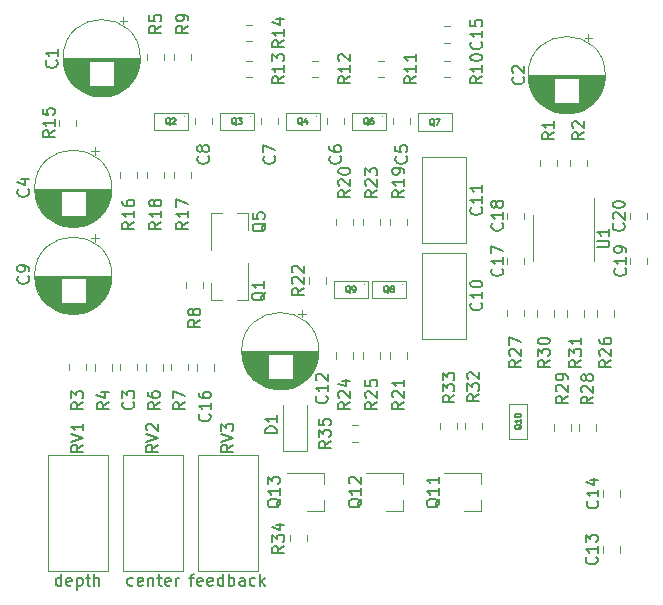
<source format=gbr>
G04 #@! TF.GenerationSoftware,KiCad,Pcbnew,5.1.6-c6e7f7d~87~ubuntu18.04.1*
G04 #@! TF.CreationDate,2020-08-02T08:38:56-04:00*
G04 #@! TF.ProjectId,minimoog_LPF,6d696e69-6d6f-46f6-975f-4c50462e6b69,0*
G04 #@! TF.SameCoordinates,Original*
G04 #@! TF.FileFunction,Legend,Top*
G04 #@! TF.FilePolarity,Positive*
%FSLAX46Y46*%
G04 Gerber Fmt 4.6, Leading zero omitted, Abs format (unit mm)*
G04 Created by KiCad (PCBNEW 5.1.6-c6e7f7d~87~ubuntu18.04.1) date 2020-08-02 08:38:56*
%MOMM*%
%LPD*%
G01*
G04 APERTURE LIST*
%ADD10C,0.150000*%
%ADD11C,0.120000*%
%ADD12C,0.125000*%
%ADD13C,0.127000*%
G04 APERTURE END LIST*
D10*
X144081904Y-125515714D02*
X144462857Y-125515714D01*
X144224761Y-126182380D02*
X144224761Y-125325238D01*
X144272380Y-125230000D01*
X144367619Y-125182380D01*
X144462857Y-125182380D01*
X145177142Y-126134761D02*
X145081904Y-126182380D01*
X144891428Y-126182380D01*
X144796190Y-126134761D01*
X144748571Y-126039523D01*
X144748571Y-125658571D01*
X144796190Y-125563333D01*
X144891428Y-125515714D01*
X145081904Y-125515714D01*
X145177142Y-125563333D01*
X145224761Y-125658571D01*
X145224761Y-125753809D01*
X144748571Y-125849047D01*
X146034285Y-126134761D02*
X145939047Y-126182380D01*
X145748571Y-126182380D01*
X145653333Y-126134761D01*
X145605714Y-126039523D01*
X145605714Y-125658571D01*
X145653333Y-125563333D01*
X145748571Y-125515714D01*
X145939047Y-125515714D01*
X146034285Y-125563333D01*
X146081904Y-125658571D01*
X146081904Y-125753809D01*
X145605714Y-125849047D01*
X146939047Y-126182380D02*
X146939047Y-125182380D01*
X146939047Y-126134761D02*
X146843809Y-126182380D01*
X146653333Y-126182380D01*
X146558095Y-126134761D01*
X146510476Y-126087142D01*
X146462857Y-125991904D01*
X146462857Y-125706190D01*
X146510476Y-125610952D01*
X146558095Y-125563333D01*
X146653333Y-125515714D01*
X146843809Y-125515714D01*
X146939047Y-125563333D01*
X147415238Y-126182380D02*
X147415238Y-125182380D01*
X147415238Y-125563333D02*
X147510476Y-125515714D01*
X147700952Y-125515714D01*
X147796190Y-125563333D01*
X147843809Y-125610952D01*
X147891428Y-125706190D01*
X147891428Y-125991904D01*
X147843809Y-126087142D01*
X147796190Y-126134761D01*
X147700952Y-126182380D01*
X147510476Y-126182380D01*
X147415238Y-126134761D01*
X148748571Y-126182380D02*
X148748571Y-125658571D01*
X148700952Y-125563333D01*
X148605714Y-125515714D01*
X148415238Y-125515714D01*
X148320000Y-125563333D01*
X148748571Y-126134761D02*
X148653333Y-126182380D01*
X148415238Y-126182380D01*
X148320000Y-126134761D01*
X148272380Y-126039523D01*
X148272380Y-125944285D01*
X148320000Y-125849047D01*
X148415238Y-125801428D01*
X148653333Y-125801428D01*
X148748571Y-125753809D01*
X149653333Y-126134761D02*
X149558095Y-126182380D01*
X149367619Y-126182380D01*
X149272380Y-126134761D01*
X149224761Y-126087142D01*
X149177142Y-125991904D01*
X149177142Y-125706190D01*
X149224761Y-125610952D01*
X149272380Y-125563333D01*
X149367619Y-125515714D01*
X149558095Y-125515714D01*
X149653333Y-125563333D01*
X150081904Y-126182380D02*
X150081904Y-125182380D01*
X150177142Y-125801428D02*
X150462857Y-126182380D01*
X150462857Y-125515714D02*
X150081904Y-125896666D01*
X139303333Y-126134761D02*
X139208095Y-126182380D01*
X139017619Y-126182380D01*
X138922380Y-126134761D01*
X138874761Y-126087142D01*
X138827142Y-125991904D01*
X138827142Y-125706190D01*
X138874761Y-125610952D01*
X138922380Y-125563333D01*
X139017619Y-125515714D01*
X139208095Y-125515714D01*
X139303333Y-125563333D01*
X140112857Y-126134761D02*
X140017619Y-126182380D01*
X139827142Y-126182380D01*
X139731904Y-126134761D01*
X139684285Y-126039523D01*
X139684285Y-125658571D01*
X139731904Y-125563333D01*
X139827142Y-125515714D01*
X140017619Y-125515714D01*
X140112857Y-125563333D01*
X140160476Y-125658571D01*
X140160476Y-125753809D01*
X139684285Y-125849047D01*
X140589047Y-125515714D02*
X140589047Y-126182380D01*
X140589047Y-125610952D02*
X140636666Y-125563333D01*
X140731904Y-125515714D01*
X140874761Y-125515714D01*
X140970000Y-125563333D01*
X141017619Y-125658571D01*
X141017619Y-126182380D01*
X141350952Y-125515714D02*
X141731904Y-125515714D01*
X141493809Y-125182380D02*
X141493809Y-126039523D01*
X141541428Y-126134761D01*
X141636666Y-126182380D01*
X141731904Y-126182380D01*
X142446190Y-126134761D02*
X142350952Y-126182380D01*
X142160476Y-126182380D01*
X142065238Y-126134761D01*
X142017619Y-126039523D01*
X142017619Y-125658571D01*
X142065238Y-125563333D01*
X142160476Y-125515714D01*
X142350952Y-125515714D01*
X142446190Y-125563333D01*
X142493809Y-125658571D01*
X142493809Y-125753809D01*
X142017619Y-125849047D01*
X142922380Y-126182380D02*
X142922380Y-125515714D01*
X142922380Y-125706190D02*
X142970000Y-125610952D01*
X143017619Y-125563333D01*
X143112857Y-125515714D01*
X143208095Y-125515714D01*
X133215238Y-126182380D02*
X133215238Y-125182380D01*
X133215238Y-126134761D02*
X133120000Y-126182380D01*
X132929523Y-126182380D01*
X132834285Y-126134761D01*
X132786666Y-126087142D01*
X132739047Y-125991904D01*
X132739047Y-125706190D01*
X132786666Y-125610952D01*
X132834285Y-125563333D01*
X132929523Y-125515714D01*
X133120000Y-125515714D01*
X133215238Y-125563333D01*
X134072380Y-126134761D02*
X133977142Y-126182380D01*
X133786666Y-126182380D01*
X133691428Y-126134761D01*
X133643809Y-126039523D01*
X133643809Y-125658571D01*
X133691428Y-125563333D01*
X133786666Y-125515714D01*
X133977142Y-125515714D01*
X134072380Y-125563333D01*
X134120000Y-125658571D01*
X134120000Y-125753809D01*
X133643809Y-125849047D01*
X134548571Y-125515714D02*
X134548571Y-126515714D01*
X134548571Y-125563333D02*
X134643809Y-125515714D01*
X134834285Y-125515714D01*
X134929523Y-125563333D01*
X134977142Y-125610952D01*
X135024761Y-125706190D01*
X135024761Y-125991904D01*
X134977142Y-126087142D01*
X134929523Y-126134761D01*
X134834285Y-126182380D01*
X134643809Y-126182380D01*
X134548571Y-126134761D01*
X135310476Y-125515714D02*
X135691428Y-125515714D01*
X135453333Y-125182380D02*
X135453333Y-126039523D01*
X135500952Y-126134761D01*
X135596190Y-126182380D01*
X135691428Y-126182380D01*
X136024761Y-126182380D02*
X136024761Y-125182380D01*
X136453333Y-126182380D02*
X136453333Y-125658571D01*
X136405714Y-125563333D01*
X136310476Y-125515714D01*
X136167619Y-125515714D01*
X136072380Y-125563333D01*
X136024761Y-125610952D01*
D11*
X149027000Y-94617000D02*
X149027000Y-96077000D01*
X145867000Y-94617000D02*
X145867000Y-97777000D01*
X145867000Y-94617000D02*
X146797000Y-94617000D01*
X149027000Y-94617000D02*
X148097000Y-94617000D01*
X145867000Y-101979000D02*
X145867000Y-100519000D01*
X149027000Y-101979000D02*
X149027000Y-98819000D01*
X149027000Y-101979000D02*
X148097000Y-101979000D01*
X145867000Y-101979000D02*
X146797000Y-101979000D01*
X178328000Y-96774000D02*
X178328000Y-93324000D01*
X178328000Y-96774000D02*
X178328000Y-98724000D01*
X173208000Y-96774000D02*
X173208000Y-94824000D01*
X173208000Y-96774000D02*
X173208000Y-98724000D01*
X144790000Y-115130000D02*
X149860000Y-115130000D01*
X144790000Y-124900000D02*
X149860000Y-124900000D01*
X149860000Y-124900000D02*
X149860000Y-115130000D01*
X144790000Y-124900000D02*
X144790000Y-115130000D01*
X138440000Y-115130000D02*
X143510000Y-115130000D01*
X138440000Y-124900000D02*
X143510000Y-124900000D01*
X143510000Y-124900000D02*
X143510000Y-115130000D01*
X138440000Y-124900000D02*
X138440000Y-115130000D01*
X132090000Y-115130000D02*
X137160000Y-115130000D01*
X132090000Y-124900000D02*
X137160000Y-124900000D01*
X137160000Y-124900000D02*
X137160000Y-115130000D01*
X132090000Y-124900000D02*
X132090000Y-115130000D01*
X158385252Y-112574000D02*
X157862748Y-112574000D01*
X158385252Y-113994000D02*
X157862748Y-113994000D01*
X152579000Y-121903748D02*
X152579000Y-122426252D01*
X153999000Y-121903748D02*
X153999000Y-122426252D01*
X165279000Y-112378748D02*
X165279000Y-112901252D01*
X166699000Y-112378748D02*
X166699000Y-112901252D01*
X167438000Y-112378748D02*
X167438000Y-112901252D01*
X168858000Y-112378748D02*
X168858000Y-112901252D01*
X176074000Y-102871748D02*
X176074000Y-103394252D01*
X177494000Y-102871748D02*
X177494000Y-103394252D01*
X173534000Y-102871748D02*
X173534000Y-103394252D01*
X174954000Y-102871748D02*
X174954000Y-103394252D01*
X174931000Y-112523748D02*
X174931000Y-113046252D01*
X176351000Y-112523748D02*
X176351000Y-113046252D01*
X178510000Y-113046252D02*
X178510000Y-112523748D01*
X177090000Y-113046252D02*
X177090000Y-112523748D01*
X172414000Y-103385252D02*
X172414000Y-102862748D01*
X170994000Y-103385252D02*
X170994000Y-102862748D01*
X180034000Y-103394252D02*
X180034000Y-102871748D01*
X178614000Y-103394252D02*
X178614000Y-102871748D01*
X158802000Y-106427748D02*
X158802000Y-106950252D01*
X160222000Y-106427748D02*
X160222000Y-106950252D01*
X156516000Y-106427748D02*
X156516000Y-106950252D01*
X157936000Y-106427748D02*
X157936000Y-106950252D01*
X158802000Y-95106748D02*
X158802000Y-95629252D01*
X160222000Y-95106748D02*
X160222000Y-95629252D01*
X155650000Y-100600252D02*
X155650000Y-100077748D01*
X154230000Y-100600252D02*
X154230000Y-100077748D01*
X162508000Y-106950252D02*
X162508000Y-106427748D01*
X161088000Y-106950252D02*
X161088000Y-106427748D01*
X157936000Y-95629252D02*
X157936000Y-95106748D01*
X156516000Y-95629252D02*
X156516000Y-95106748D01*
X162508000Y-95629252D02*
X162508000Y-95106748D01*
X161088000Y-95629252D02*
X161088000Y-95106748D01*
X141934000Y-91692252D02*
X141934000Y-91169748D01*
X140514000Y-91692252D02*
X140514000Y-91169748D01*
X144220000Y-91692252D02*
X144220000Y-91169748D01*
X142800000Y-91692252D02*
X142800000Y-91169748D01*
X138228000Y-91169748D02*
X138228000Y-91692252D01*
X139648000Y-91169748D02*
X139648000Y-91692252D01*
X134441000Y-87247252D02*
X134441000Y-86724748D01*
X133021000Y-87247252D02*
X133021000Y-86724748D01*
X149368252Y-80085000D02*
X148845748Y-80085000D01*
X149368252Y-78665000D02*
X148845748Y-78665000D01*
X149350252Y-83133000D02*
X148827748Y-83133000D01*
X149350252Y-81713000D02*
X148827748Y-81713000D01*
X154947252Y-83133000D02*
X154424748Y-83133000D01*
X154947252Y-81713000D02*
X154424748Y-81713000D01*
X160544252Y-83133000D02*
X160021748Y-83133000D01*
X160544252Y-81713000D02*
X160021748Y-81713000D01*
X166132252Y-83133000D02*
X165609748Y-83133000D01*
X166132252Y-81713000D02*
X165609748Y-81713000D01*
X144220000Y-81136748D02*
X144220000Y-81659252D01*
X142800000Y-81136748D02*
X142800000Y-81659252D01*
X143816000Y-100440748D02*
X143816000Y-100963252D01*
X145236000Y-100440748D02*
X145236000Y-100963252D01*
X142546000Y-107434748D02*
X142546000Y-107957252D01*
X143966000Y-107434748D02*
X143966000Y-107957252D01*
X140387000Y-107443748D02*
X140387000Y-107966252D01*
X141807000Y-107443748D02*
X141807000Y-107966252D01*
X140514000Y-81668252D02*
X140514000Y-81145748D01*
X141934000Y-81668252D02*
X141934000Y-81145748D01*
X136069000Y-107443748D02*
X136069000Y-107966252D01*
X137489000Y-107443748D02*
X137489000Y-107966252D01*
X133910000Y-107425748D02*
X133910000Y-107948252D01*
X135330000Y-107425748D02*
X135330000Y-107948252D01*
X176328000Y-90153748D02*
X176328000Y-90676252D01*
X177748000Y-90153748D02*
X177748000Y-90676252D01*
X173788000Y-90153748D02*
X173788000Y-90676252D01*
X175208000Y-90153748D02*
X175208000Y-90676252D01*
X155470000Y-119817000D02*
X154010000Y-119817000D01*
X155470000Y-116657000D02*
X152310000Y-116657000D01*
X155470000Y-116657000D02*
X155470000Y-117587000D01*
X155470000Y-119817000D02*
X155470000Y-118887000D01*
X162201000Y-119817000D02*
X160741000Y-119817000D01*
X162201000Y-116657000D02*
X159041000Y-116657000D01*
X162201000Y-116657000D02*
X162201000Y-117587000D01*
X162201000Y-119817000D02*
X162201000Y-118887000D01*
X168805000Y-119817000D02*
X167345000Y-119817000D01*
X168805000Y-116657000D02*
X165645000Y-116657000D01*
X168805000Y-116657000D02*
X168805000Y-117587000D01*
X168805000Y-119817000D02*
X168805000Y-118887000D01*
D12*
X172655000Y-113718000D02*
X171155000Y-113718000D01*
X172655000Y-110818000D02*
X172655000Y-113718000D01*
X171155000Y-110818000D02*
X172655000Y-110818000D01*
X171155000Y-113718000D02*
X171155000Y-110818000D01*
X172405000Y-113418000D02*
G75*
G03*
X172405000Y-113418000I-50000J0D01*
G01*
X159184000Y-100342000D02*
X159184000Y-101842000D01*
X156284000Y-100342000D02*
X159184000Y-100342000D01*
X156284000Y-101842000D02*
X156284000Y-100342000D01*
X159184000Y-101842000D02*
X156284000Y-101842000D01*
X158934000Y-100642000D02*
G75*
G03*
X158934000Y-100642000I-50000J0D01*
G01*
X162420000Y-100342000D02*
X162420000Y-101842000D01*
X159520000Y-100342000D02*
X162420000Y-100342000D01*
X159520000Y-101842000D02*
X159520000Y-100342000D01*
X162420000Y-101842000D02*
X159520000Y-101842000D01*
X162170000Y-100642000D02*
G75*
G03*
X162170000Y-100642000I-50000J0D01*
G01*
X166296000Y-86192000D02*
X166296000Y-87692000D01*
X163396000Y-86192000D02*
X166296000Y-86192000D01*
X163396000Y-87692000D02*
X163396000Y-86192000D01*
X166296000Y-87692000D02*
X163396000Y-87692000D01*
X166046000Y-86492000D02*
G75*
G03*
X166046000Y-86492000I-50000J0D01*
G01*
X160708000Y-86118000D02*
X160708000Y-87618000D01*
X157808000Y-86118000D02*
X160708000Y-86118000D01*
X157808000Y-87618000D02*
X157808000Y-86118000D01*
X160708000Y-87618000D02*
X157808000Y-87618000D01*
X160458000Y-86418000D02*
G75*
G03*
X160458000Y-86418000I-50000J0D01*
G01*
X155120000Y-86118000D02*
X155120000Y-87618000D01*
X152220000Y-86118000D02*
X155120000Y-86118000D01*
X152220000Y-87618000D02*
X152220000Y-86118000D01*
X155120000Y-87618000D02*
X152220000Y-87618000D01*
X154870000Y-86418000D02*
G75*
G03*
X154870000Y-86418000I-50000J0D01*
G01*
X149532000Y-86118000D02*
X149532000Y-87618000D01*
X146632000Y-86118000D02*
X149532000Y-86118000D01*
X146632000Y-87618000D02*
X146632000Y-86118000D01*
X149532000Y-87618000D02*
X146632000Y-87618000D01*
X149282000Y-86418000D02*
G75*
G03*
X149282000Y-86418000I-50000J0D01*
G01*
X143944000Y-86118000D02*
X143944000Y-87618000D01*
X141044000Y-86118000D02*
X143944000Y-86118000D01*
X141044000Y-87618000D02*
X141044000Y-86118000D01*
X143944000Y-87618000D02*
X141044000Y-87618000D01*
X143694000Y-86418000D02*
G75*
G03*
X143694000Y-86418000I-50000J0D01*
G01*
D11*
X152035000Y-114773000D02*
X152035000Y-110873000D01*
X154035000Y-114773000D02*
X154035000Y-110873000D01*
X152035000Y-114773000D02*
X154035000Y-114773000D01*
X181408000Y-94598748D02*
X181408000Y-95121252D01*
X182828000Y-94598748D02*
X182828000Y-95121252D01*
X181408000Y-98426748D02*
X181408000Y-98949252D01*
X182828000Y-98426748D02*
X182828000Y-98949252D01*
X170994000Y-94598748D02*
X170994000Y-95121252D01*
X172414000Y-94598748D02*
X172414000Y-95121252D01*
X170994000Y-98426748D02*
X170994000Y-98949252D01*
X172414000Y-98426748D02*
X172414000Y-98949252D01*
X144705000Y-107443748D02*
X144705000Y-107966252D01*
X146125000Y-107443748D02*
X146125000Y-107966252D01*
X166114252Y-80212000D02*
X165591748Y-80212000D01*
X166114252Y-78792000D02*
X165591748Y-78792000D01*
X179122000Y-118111748D02*
X179122000Y-118634252D01*
X180542000Y-118111748D02*
X180542000Y-118634252D01*
X180542000Y-123378752D02*
X180542000Y-122856248D01*
X179122000Y-123378752D02*
X179122000Y-122856248D01*
X153919000Y-103133759D02*
X153289000Y-103133759D01*
X153604000Y-102818759D02*
X153604000Y-103448759D01*
X152167000Y-109560000D02*
X151363000Y-109560000D01*
X152398000Y-109520000D02*
X151132000Y-109520000D01*
X152567000Y-109480000D02*
X150963000Y-109480000D01*
X152705000Y-109440000D02*
X150825000Y-109440000D01*
X152824000Y-109400000D02*
X150706000Y-109400000D01*
X152930000Y-109360000D02*
X150600000Y-109360000D01*
X153027000Y-109320000D02*
X150503000Y-109320000D01*
X153115000Y-109280000D02*
X150415000Y-109280000D01*
X153197000Y-109240000D02*
X150333000Y-109240000D01*
X153274000Y-109200000D02*
X150256000Y-109200000D01*
X153346000Y-109160000D02*
X150184000Y-109160000D01*
X153415000Y-109120000D02*
X150115000Y-109120000D01*
X153479000Y-109080000D02*
X150051000Y-109080000D01*
X153541000Y-109040000D02*
X149989000Y-109040000D01*
X153599000Y-109000000D02*
X149931000Y-109000000D01*
X153655000Y-108960000D02*
X149875000Y-108960000D01*
X153709000Y-108920000D02*
X149821000Y-108920000D01*
X153760000Y-108880000D02*
X149770000Y-108880000D01*
X153809000Y-108840000D02*
X149721000Y-108840000D01*
X153857000Y-108800000D02*
X149673000Y-108800000D01*
X153902000Y-108760000D02*
X149628000Y-108760000D01*
X153947000Y-108720000D02*
X149583000Y-108720000D01*
X153989000Y-108680000D02*
X149541000Y-108680000D01*
X154030000Y-108640000D02*
X149500000Y-108640000D01*
X150725000Y-108600000D02*
X149460000Y-108600000D01*
X154070000Y-108600000D02*
X152805000Y-108600000D01*
X150725000Y-108560000D02*
X149422000Y-108560000D01*
X154108000Y-108560000D02*
X152805000Y-108560000D01*
X150725000Y-108520000D02*
X149385000Y-108520000D01*
X154145000Y-108520000D02*
X152805000Y-108520000D01*
X150725000Y-108480000D02*
X149349000Y-108480000D01*
X154181000Y-108480000D02*
X152805000Y-108480000D01*
X150725000Y-108440000D02*
X149315000Y-108440000D01*
X154215000Y-108440000D02*
X152805000Y-108440000D01*
X150725000Y-108400000D02*
X149281000Y-108400000D01*
X154249000Y-108400000D02*
X152805000Y-108400000D01*
X150725000Y-108360000D02*
X149249000Y-108360000D01*
X154281000Y-108360000D02*
X152805000Y-108360000D01*
X150725000Y-108320000D02*
X149217000Y-108320000D01*
X154313000Y-108320000D02*
X152805000Y-108320000D01*
X150725000Y-108280000D02*
X149187000Y-108280000D01*
X154343000Y-108280000D02*
X152805000Y-108280000D01*
X150725000Y-108240000D02*
X149158000Y-108240000D01*
X154372000Y-108240000D02*
X152805000Y-108240000D01*
X150725000Y-108200000D02*
X149129000Y-108200000D01*
X154401000Y-108200000D02*
X152805000Y-108200000D01*
X150725000Y-108160000D02*
X149101000Y-108160000D01*
X154429000Y-108160000D02*
X152805000Y-108160000D01*
X150725000Y-108120000D02*
X149075000Y-108120000D01*
X154455000Y-108120000D02*
X152805000Y-108120000D01*
X150725000Y-108080000D02*
X149049000Y-108080000D01*
X154481000Y-108080000D02*
X152805000Y-108080000D01*
X150725000Y-108040000D02*
X149023000Y-108040000D01*
X154507000Y-108040000D02*
X152805000Y-108040000D01*
X150725000Y-108000000D02*
X148999000Y-108000000D01*
X154531000Y-108000000D02*
X152805000Y-108000000D01*
X150725000Y-107960000D02*
X148975000Y-107960000D01*
X154555000Y-107960000D02*
X152805000Y-107960000D01*
X150725000Y-107920000D02*
X148953000Y-107920000D01*
X154577000Y-107920000D02*
X152805000Y-107920000D01*
X150725000Y-107880000D02*
X148931000Y-107880000D01*
X154599000Y-107880000D02*
X152805000Y-107880000D01*
X150725000Y-107840000D02*
X148909000Y-107840000D01*
X154621000Y-107840000D02*
X152805000Y-107840000D01*
X150725000Y-107800000D02*
X148889000Y-107800000D01*
X154641000Y-107800000D02*
X152805000Y-107800000D01*
X150725000Y-107760000D02*
X148869000Y-107760000D01*
X154661000Y-107760000D02*
X152805000Y-107760000D01*
X150725000Y-107720000D02*
X148849000Y-107720000D01*
X154681000Y-107720000D02*
X152805000Y-107720000D01*
X150725000Y-107680000D02*
X148831000Y-107680000D01*
X154699000Y-107680000D02*
X152805000Y-107680000D01*
X150725000Y-107640000D02*
X148813000Y-107640000D01*
X154717000Y-107640000D02*
X152805000Y-107640000D01*
X150725000Y-107600000D02*
X148795000Y-107600000D01*
X154735000Y-107600000D02*
X152805000Y-107600000D01*
X150725000Y-107560000D02*
X148779000Y-107560000D01*
X154751000Y-107560000D02*
X152805000Y-107560000D01*
X150725000Y-107520000D02*
X148763000Y-107520000D01*
X154767000Y-107520000D02*
X152805000Y-107520000D01*
X150725000Y-107480000D02*
X148747000Y-107480000D01*
X154783000Y-107480000D02*
X152805000Y-107480000D01*
X150725000Y-107440000D02*
X148732000Y-107440000D01*
X154798000Y-107440000D02*
X152805000Y-107440000D01*
X150725000Y-107400000D02*
X148718000Y-107400000D01*
X154812000Y-107400000D02*
X152805000Y-107400000D01*
X150725000Y-107360000D02*
X148704000Y-107360000D01*
X154826000Y-107360000D02*
X152805000Y-107360000D01*
X150725000Y-107320000D02*
X148691000Y-107320000D01*
X154839000Y-107320000D02*
X152805000Y-107320000D01*
X150725000Y-107280000D02*
X148679000Y-107280000D01*
X154851000Y-107280000D02*
X152805000Y-107280000D01*
X150725000Y-107240000D02*
X148667000Y-107240000D01*
X154863000Y-107240000D02*
X152805000Y-107240000D01*
X150725000Y-107200000D02*
X148655000Y-107200000D01*
X154875000Y-107200000D02*
X152805000Y-107200000D01*
X150725000Y-107160000D02*
X148644000Y-107160000D01*
X154886000Y-107160000D02*
X152805000Y-107160000D01*
X150725000Y-107120000D02*
X148634000Y-107120000D01*
X154896000Y-107120000D02*
X152805000Y-107120000D01*
X150725000Y-107080000D02*
X148624000Y-107080000D01*
X154906000Y-107080000D02*
X152805000Y-107080000D01*
X150725000Y-107040000D02*
X148615000Y-107040000D01*
X154915000Y-107040000D02*
X152805000Y-107040000D01*
X150725000Y-106999000D02*
X148606000Y-106999000D01*
X154924000Y-106999000D02*
X152805000Y-106999000D01*
X150725000Y-106959000D02*
X148598000Y-106959000D01*
X154932000Y-106959000D02*
X152805000Y-106959000D01*
X150725000Y-106919000D02*
X148590000Y-106919000D01*
X154940000Y-106919000D02*
X152805000Y-106919000D01*
X150725000Y-106879000D02*
X148583000Y-106879000D01*
X154947000Y-106879000D02*
X152805000Y-106879000D01*
X150725000Y-106839000D02*
X148576000Y-106839000D01*
X154954000Y-106839000D02*
X152805000Y-106839000D01*
X150725000Y-106799000D02*
X148570000Y-106799000D01*
X154960000Y-106799000D02*
X152805000Y-106799000D01*
X150725000Y-106759000D02*
X148564000Y-106759000D01*
X154966000Y-106759000D02*
X152805000Y-106759000D01*
X150725000Y-106719000D02*
X148559000Y-106719000D01*
X154971000Y-106719000D02*
X152805000Y-106719000D01*
X150725000Y-106679000D02*
X148554000Y-106679000D01*
X154976000Y-106679000D02*
X152805000Y-106679000D01*
X150725000Y-106639000D02*
X148550000Y-106639000D01*
X154980000Y-106639000D02*
X152805000Y-106639000D01*
X150725000Y-106599000D02*
X148547000Y-106599000D01*
X154983000Y-106599000D02*
X152805000Y-106599000D01*
X150725000Y-106559000D02*
X148543000Y-106559000D01*
X154987000Y-106559000D02*
X152805000Y-106559000D01*
X154989000Y-106519000D02*
X148541000Y-106519000D01*
X154992000Y-106479000D02*
X148538000Y-106479000D01*
X154993000Y-106439000D02*
X148537000Y-106439000D01*
X154995000Y-106399000D02*
X148535000Y-106399000D01*
X154995000Y-106359000D02*
X148535000Y-106359000D01*
X154995000Y-106319000D02*
X148535000Y-106319000D01*
X155035000Y-106319000D02*
G75*
G03*
X155035000Y-106319000I-3270000J0D01*
G01*
X163738000Y-89892000D02*
X167478000Y-89892000D01*
X163738000Y-97132000D02*
X167478000Y-97132000D01*
X167478000Y-97132000D02*
X167478000Y-89892000D01*
X163738000Y-97132000D02*
X163738000Y-89892000D01*
X163738000Y-98020000D02*
X167478000Y-98020000D01*
X163738000Y-105260000D02*
X167478000Y-105260000D01*
X167478000Y-105260000D02*
X167478000Y-98020000D01*
X163738000Y-105260000D02*
X163738000Y-98020000D01*
X136393000Y-96743759D02*
X135763000Y-96743759D01*
X136078000Y-96428759D02*
X136078000Y-97058759D01*
X134641000Y-103170000D02*
X133837000Y-103170000D01*
X134872000Y-103130000D02*
X133606000Y-103130000D01*
X135041000Y-103090000D02*
X133437000Y-103090000D01*
X135179000Y-103050000D02*
X133299000Y-103050000D01*
X135298000Y-103010000D02*
X133180000Y-103010000D01*
X135404000Y-102970000D02*
X133074000Y-102970000D01*
X135501000Y-102930000D02*
X132977000Y-102930000D01*
X135589000Y-102890000D02*
X132889000Y-102890000D01*
X135671000Y-102850000D02*
X132807000Y-102850000D01*
X135748000Y-102810000D02*
X132730000Y-102810000D01*
X135820000Y-102770000D02*
X132658000Y-102770000D01*
X135889000Y-102730000D02*
X132589000Y-102730000D01*
X135953000Y-102690000D02*
X132525000Y-102690000D01*
X136015000Y-102650000D02*
X132463000Y-102650000D01*
X136073000Y-102610000D02*
X132405000Y-102610000D01*
X136129000Y-102570000D02*
X132349000Y-102570000D01*
X136183000Y-102530000D02*
X132295000Y-102530000D01*
X136234000Y-102490000D02*
X132244000Y-102490000D01*
X136283000Y-102450000D02*
X132195000Y-102450000D01*
X136331000Y-102410000D02*
X132147000Y-102410000D01*
X136376000Y-102370000D02*
X132102000Y-102370000D01*
X136421000Y-102330000D02*
X132057000Y-102330000D01*
X136463000Y-102290000D02*
X132015000Y-102290000D01*
X136504000Y-102250000D02*
X131974000Y-102250000D01*
X133199000Y-102210000D02*
X131934000Y-102210000D01*
X136544000Y-102210000D02*
X135279000Y-102210000D01*
X133199000Y-102170000D02*
X131896000Y-102170000D01*
X136582000Y-102170000D02*
X135279000Y-102170000D01*
X133199000Y-102130000D02*
X131859000Y-102130000D01*
X136619000Y-102130000D02*
X135279000Y-102130000D01*
X133199000Y-102090000D02*
X131823000Y-102090000D01*
X136655000Y-102090000D02*
X135279000Y-102090000D01*
X133199000Y-102050000D02*
X131789000Y-102050000D01*
X136689000Y-102050000D02*
X135279000Y-102050000D01*
X133199000Y-102010000D02*
X131755000Y-102010000D01*
X136723000Y-102010000D02*
X135279000Y-102010000D01*
X133199000Y-101970000D02*
X131723000Y-101970000D01*
X136755000Y-101970000D02*
X135279000Y-101970000D01*
X133199000Y-101930000D02*
X131691000Y-101930000D01*
X136787000Y-101930000D02*
X135279000Y-101930000D01*
X133199000Y-101890000D02*
X131661000Y-101890000D01*
X136817000Y-101890000D02*
X135279000Y-101890000D01*
X133199000Y-101850000D02*
X131632000Y-101850000D01*
X136846000Y-101850000D02*
X135279000Y-101850000D01*
X133199000Y-101810000D02*
X131603000Y-101810000D01*
X136875000Y-101810000D02*
X135279000Y-101810000D01*
X133199000Y-101770000D02*
X131575000Y-101770000D01*
X136903000Y-101770000D02*
X135279000Y-101770000D01*
X133199000Y-101730000D02*
X131549000Y-101730000D01*
X136929000Y-101730000D02*
X135279000Y-101730000D01*
X133199000Y-101690000D02*
X131523000Y-101690000D01*
X136955000Y-101690000D02*
X135279000Y-101690000D01*
X133199000Y-101650000D02*
X131497000Y-101650000D01*
X136981000Y-101650000D02*
X135279000Y-101650000D01*
X133199000Y-101610000D02*
X131473000Y-101610000D01*
X137005000Y-101610000D02*
X135279000Y-101610000D01*
X133199000Y-101570000D02*
X131449000Y-101570000D01*
X137029000Y-101570000D02*
X135279000Y-101570000D01*
X133199000Y-101530000D02*
X131427000Y-101530000D01*
X137051000Y-101530000D02*
X135279000Y-101530000D01*
X133199000Y-101490000D02*
X131405000Y-101490000D01*
X137073000Y-101490000D02*
X135279000Y-101490000D01*
X133199000Y-101450000D02*
X131383000Y-101450000D01*
X137095000Y-101450000D02*
X135279000Y-101450000D01*
X133199000Y-101410000D02*
X131363000Y-101410000D01*
X137115000Y-101410000D02*
X135279000Y-101410000D01*
X133199000Y-101370000D02*
X131343000Y-101370000D01*
X137135000Y-101370000D02*
X135279000Y-101370000D01*
X133199000Y-101330000D02*
X131323000Y-101330000D01*
X137155000Y-101330000D02*
X135279000Y-101330000D01*
X133199000Y-101290000D02*
X131305000Y-101290000D01*
X137173000Y-101290000D02*
X135279000Y-101290000D01*
X133199000Y-101250000D02*
X131287000Y-101250000D01*
X137191000Y-101250000D02*
X135279000Y-101250000D01*
X133199000Y-101210000D02*
X131269000Y-101210000D01*
X137209000Y-101210000D02*
X135279000Y-101210000D01*
X133199000Y-101170000D02*
X131253000Y-101170000D01*
X137225000Y-101170000D02*
X135279000Y-101170000D01*
X133199000Y-101130000D02*
X131237000Y-101130000D01*
X137241000Y-101130000D02*
X135279000Y-101130000D01*
X133199000Y-101090000D02*
X131221000Y-101090000D01*
X137257000Y-101090000D02*
X135279000Y-101090000D01*
X133199000Y-101050000D02*
X131206000Y-101050000D01*
X137272000Y-101050000D02*
X135279000Y-101050000D01*
X133199000Y-101010000D02*
X131192000Y-101010000D01*
X137286000Y-101010000D02*
X135279000Y-101010000D01*
X133199000Y-100970000D02*
X131178000Y-100970000D01*
X137300000Y-100970000D02*
X135279000Y-100970000D01*
X133199000Y-100930000D02*
X131165000Y-100930000D01*
X137313000Y-100930000D02*
X135279000Y-100930000D01*
X133199000Y-100890000D02*
X131153000Y-100890000D01*
X137325000Y-100890000D02*
X135279000Y-100890000D01*
X133199000Y-100850000D02*
X131141000Y-100850000D01*
X137337000Y-100850000D02*
X135279000Y-100850000D01*
X133199000Y-100810000D02*
X131129000Y-100810000D01*
X137349000Y-100810000D02*
X135279000Y-100810000D01*
X133199000Y-100770000D02*
X131118000Y-100770000D01*
X137360000Y-100770000D02*
X135279000Y-100770000D01*
X133199000Y-100730000D02*
X131108000Y-100730000D01*
X137370000Y-100730000D02*
X135279000Y-100730000D01*
X133199000Y-100690000D02*
X131098000Y-100690000D01*
X137380000Y-100690000D02*
X135279000Y-100690000D01*
X133199000Y-100650000D02*
X131089000Y-100650000D01*
X137389000Y-100650000D02*
X135279000Y-100650000D01*
X133199000Y-100609000D02*
X131080000Y-100609000D01*
X137398000Y-100609000D02*
X135279000Y-100609000D01*
X133199000Y-100569000D02*
X131072000Y-100569000D01*
X137406000Y-100569000D02*
X135279000Y-100569000D01*
X133199000Y-100529000D02*
X131064000Y-100529000D01*
X137414000Y-100529000D02*
X135279000Y-100529000D01*
X133199000Y-100489000D02*
X131057000Y-100489000D01*
X137421000Y-100489000D02*
X135279000Y-100489000D01*
X133199000Y-100449000D02*
X131050000Y-100449000D01*
X137428000Y-100449000D02*
X135279000Y-100449000D01*
X133199000Y-100409000D02*
X131044000Y-100409000D01*
X137434000Y-100409000D02*
X135279000Y-100409000D01*
X133199000Y-100369000D02*
X131038000Y-100369000D01*
X137440000Y-100369000D02*
X135279000Y-100369000D01*
X133199000Y-100329000D02*
X131033000Y-100329000D01*
X137445000Y-100329000D02*
X135279000Y-100329000D01*
X133199000Y-100289000D02*
X131028000Y-100289000D01*
X137450000Y-100289000D02*
X135279000Y-100289000D01*
X133199000Y-100249000D02*
X131024000Y-100249000D01*
X137454000Y-100249000D02*
X135279000Y-100249000D01*
X133199000Y-100209000D02*
X131021000Y-100209000D01*
X137457000Y-100209000D02*
X135279000Y-100209000D01*
X133199000Y-100169000D02*
X131017000Y-100169000D01*
X137461000Y-100169000D02*
X135279000Y-100169000D01*
X137463000Y-100129000D02*
X131015000Y-100129000D01*
X137466000Y-100089000D02*
X131012000Y-100089000D01*
X137467000Y-100049000D02*
X131011000Y-100049000D01*
X137469000Y-100009000D02*
X131009000Y-100009000D01*
X137469000Y-99969000D02*
X131009000Y-99969000D01*
X137469000Y-99929000D02*
X131009000Y-99929000D01*
X137509000Y-99929000D02*
G75*
G03*
X137509000Y-99929000I-3270000J0D01*
G01*
X144578000Y-86606748D02*
X144578000Y-87129252D01*
X145998000Y-86606748D02*
X145998000Y-87129252D01*
X151586000Y-87120252D02*
X151586000Y-86597748D01*
X150166000Y-87120252D02*
X150166000Y-86597748D01*
X155754000Y-86606748D02*
X155754000Y-87129252D01*
X157174000Y-86606748D02*
X157174000Y-87129252D01*
X162762000Y-87129252D02*
X162762000Y-86606748D01*
X161342000Y-87129252D02*
X161342000Y-86606748D01*
X136393000Y-89377759D02*
X135763000Y-89377759D01*
X136078000Y-89062759D02*
X136078000Y-89692759D01*
X134641000Y-95804000D02*
X133837000Y-95804000D01*
X134872000Y-95764000D02*
X133606000Y-95764000D01*
X135041000Y-95724000D02*
X133437000Y-95724000D01*
X135179000Y-95684000D02*
X133299000Y-95684000D01*
X135298000Y-95644000D02*
X133180000Y-95644000D01*
X135404000Y-95604000D02*
X133074000Y-95604000D01*
X135501000Y-95564000D02*
X132977000Y-95564000D01*
X135589000Y-95524000D02*
X132889000Y-95524000D01*
X135671000Y-95484000D02*
X132807000Y-95484000D01*
X135748000Y-95444000D02*
X132730000Y-95444000D01*
X135820000Y-95404000D02*
X132658000Y-95404000D01*
X135889000Y-95364000D02*
X132589000Y-95364000D01*
X135953000Y-95324000D02*
X132525000Y-95324000D01*
X136015000Y-95284000D02*
X132463000Y-95284000D01*
X136073000Y-95244000D02*
X132405000Y-95244000D01*
X136129000Y-95204000D02*
X132349000Y-95204000D01*
X136183000Y-95164000D02*
X132295000Y-95164000D01*
X136234000Y-95124000D02*
X132244000Y-95124000D01*
X136283000Y-95084000D02*
X132195000Y-95084000D01*
X136331000Y-95044000D02*
X132147000Y-95044000D01*
X136376000Y-95004000D02*
X132102000Y-95004000D01*
X136421000Y-94964000D02*
X132057000Y-94964000D01*
X136463000Y-94924000D02*
X132015000Y-94924000D01*
X136504000Y-94884000D02*
X131974000Y-94884000D01*
X133199000Y-94844000D02*
X131934000Y-94844000D01*
X136544000Y-94844000D02*
X135279000Y-94844000D01*
X133199000Y-94804000D02*
X131896000Y-94804000D01*
X136582000Y-94804000D02*
X135279000Y-94804000D01*
X133199000Y-94764000D02*
X131859000Y-94764000D01*
X136619000Y-94764000D02*
X135279000Y-94764000D01*
X133199000Y-94724000D02*
X131823000Y-94724000D01*
X136655000Y-94724000D02*
X135279000Y-94724000D01*
X133199000Y-94684000D02*
X131789000Y-94684000D01*
X136689000Y-94684000D02*
X135279000Y-94684000D01*
X133199000Y-94644000D02*
X131755000Y-94644000D01*
X136723000Y-94644000D02*
X135279000Y-94644000D01*
X133199000Y-94604000D02*
X131723000Y-94604000D01*
X136755000Y-94604000D02*
X135279000Y-94604000D01*
X133199000Y-94564000D02*
X131691000Y-94564000D01*
X136787000Y-94564000D02*
X135279000Y-94564000D01*
X133199000Y-94524000D02*
X131661000Y-94524000D01*
X136817000Y-94524000D02*
X135279000Y-94524000D01*
X133199000Y-94484000D02*
X131632000Y-94484000D01*
X136846000Y-94484000D02*
X135279000Y-94484000D01*
X133199000Y-94444000D02*
X131603000Y-94444000D01*
X136875000Y-94444000D02*
X135279000Y-94444000D01*
X133199000Y-94404000D02*
X131575000Y-94404000D01*
X136903000Y-94404000D02*
X135279000Y-94404000D01*
X133199000Y-94364000D02*
X131549000Y-94364000D01*
X136929000Y-94364000D02*
X135279000Y-94364000D01*
X133199000Y-94324000D02*
X131523000Y-94324000D01*
X136955000Y-94324000D02*
X135279000Y-94324000D01*
X133199000Y-94284000D02*
X131497000Y-94284000D01*
X136981000Y-94284000D02*
X135279000Y-94284000D01*
X133199000Y-94244000D02*
X131473000Y-94244000D01*
X137005000Y-94244000D02*
X135279000Y-94244000D01*
X133199000Y-94204000D02*
X131449000Y-94204000D01*
X137029000Y-94204000D02*
X135279000Y-94204000D01*
X133199000Y-94164000D02*
X131427000Y-94164000D01*
X137051000Y-94164000D02*
X135279000Y-94164000D01*
X133199000Y-94124000D02*
X131405000Y-94124000D01*
X137073000Y-94124000D02*
X135279000Y-94124000D01*
X133199000Y-94084000D02*
X131383000Y-94084000D01*
X137095000Y-94084000D02*
X135279000Y-94084000D01*
X133199000Y-94044000D02*
X131363000Y-94044000D01*
X137115000Y-94044000D02*
X135279000Y-94044000D01*
X133199000Y-94004000D02*
X131343000Y-94004000D01*
X137135000Y-94004000D02*
X135279000Y-94004000D01*
X133199000Y-93964000D02*
X131323000Y-93964000D01*
X137155000Y-93964000D02*
X135279000Y-93964000D01*
X133199000Y-93924000D02*
X131305000Y-93924000D01*
X137173000Y-93924000D02*
X135279000Y-93924000D01*
X133199000Y-93884000D02*
X131287000Y-93884000D01*
X137191000Y-93884000D02*
X135279000Y-93884000D01*
X133199000Y-93844000D02*
X131269000Y-93844000D01*
X137209000Y-93844000D02*
X135279000Y-93844000D01*
X133199000Y-93804000D02*
X131253000Y-93804000D01*
X137225000Y-93804000D02*
X135279000Y-93804000D01*
X133199000Y-93764000D02*
X131237000Y-93764000D01*
X137241000Y-93764000D02*
X135279000Y-93764000D01*
X133199000Y-93724000D02*
X131221000Y-93724000D01*
X137257000Y-93724000D02*
X135279000Y-93724000D01*
X133199000Y-93684000D02*
X131206000Y-93684000D01*
X137272000Y-93684000D02*
X135279000Y-93684000D01*
X133199000Y-93644000D02*
X131192000Y-93644000D01*
X137286000Y-93644000D02*
X135279000Y-93644000D01*
X133199000Y-93604000D02*
X131178000Y-93604000D01*
X137300000Y-93604000D02*
X135279000Y-93604000D01*
X133199000Y-93564000D02*
X131165000Y-93564000D01*
X137313000Y-93564000D02*
X135279000Y-93564000D01*
X133199000Y-93524000D02*
X131153000Y-93524000D01*
X137325000Y-93524000D02*
X135279000Y-93524000D01*
X133199000Y-93484000D02*
X131141000Y-93484000D01*
X137337000Y-93484000D02*
X135279000Y-93484000D01*
X133199000Y-93444000D02*
X131129000Y-93444000D01*
X137349000Y-93444000D02*
X135279000Y-93444000D01*
X133199000Y-93404000D02*
X131118000Y-93404000D01*
X137360000Y-93404000D02*
X135279000Y-93404000D01*
X133199000Y-93364000D02*
X131108000Y-93364000D01*
X137370000Y-93364000D02*
X135279000Y-93364000D01*
X133199000Y-93324000D02*
X131098000Y-93324000D01*
X137380000Y-93324000D02*
X135279000Y-93324000D01*
X133199000Y-93284000D02*
X131089000Y-93284000D01*
X137389000Y-93284000D02*
X135279000Y-93284000D01*
X133199000Y-93243000D02*
X131080000Y-93243000D01*
X137398000Y-93243000D02*
X135279000Y-93243000D01*
X133199000Y-93203000D02*
X131072000Y-93203000D01*
X137406000Y-93203000D02*
X135279000Y-93203000D01*
X133199000Y-93163000D02*
X131064000Y-93163000D01*
X137414000Y-93163000D02*
X135279000Y-93163000D01*
X133199000Y-93123000D02*
X131057000Y-93123000D01*
X137421000Y-93123000D02*
X135279000Y-93123000D01*
X133199000Y-93083000D02*
X131050000Y-93083000D01*
X137428000Y-93083000D02*
X135279000Y-93083000D01*
X133199000Y-93043000D02*
X131044000Y-93043000D01*
X137434000Y-93043000D02*
X135279000Y-93043000D01*
X133199000Y-93003000D02*
X131038000Y-93003000D01*
X137440000Y-93003000D02*
X135279000Y-93003000D01*
X133199000Y-92963000D02*
X131033000Y-92963000D01*
X137445000Y-92963000D02*
X135279000Y-92963000D01*
X133199000Y-92923000D02*
X131028000Y-92923000D01*
X137450000Y-92923000D02*
X135279000Y-92923000D01*
X133199000Y-92883000D02*
X131024000Y-92883000D01*
X137454000Y-92883000D02*
X135279000Y-92883000D01*
X133199000Y-92843000D02*
X131021000Y-92843000D01*
X137457000Y-92843000D02*
X135279000Y-92843000D01*
X133199000Y-92803000D02*
X131017000Y-92803000D01*
X137461000Y-92803000D02*
X135279000Y-92803000D01*
X137463000Y-92763000D02*
X131015000Y-92763000D01*
X137466000Y-92723000D02*
X131012000Y-92723000D01*
X137467000Y-92683000D02*
X131011000Y-92683000D01*
X137469000Y-92643000D02*
X131009000Y-92643000D01*
X137469000Y-92603000D02*
X131009000Y-92603000D01*
X137469000Y-92563000D02*
X131009000Y-92563000D01*
X137509000Y-92563000D02*
G75*
G03*
X137509000Y-92563000I-3270000J0D01*
G01*
X139648000Y-107948252D02*
X139648000Y-107425748D01*
X138228000Y-107948252D02*
X138228000Y-107425748D01*
X178176000Y-79765759D02*
X177546000Y-79765759D01*
X177861000Y-79450759D02*
X177861000Y-80080759D01*
X176424000Y-86192000D02*
X175620000Y-86192000D01*
X176655000Y-86152000D02*
X175389000Y-86152000D01*
X176824000Y-86112000D02*
X175220000Y-86112000D01*
X176962000Y-86072000D02*
X175082000Y-86072000D01*
X177081000Y-86032000D02*
X174963000Y-86032000D01*
X177187000Y-85992000D02*
X174857000Y-85992000D01*
X177284000Y-85952000D02*
X174760000Y-85952000D01*
X177372000Y-85912000D02*
X174672000Y-85912000D01*
X177454000Y-85872000D02*
X174590000Y-85872000D01*
X177531000Y-85832000D02*
X174513000Y-85832000D01*
X177603000Y-85792000D02*
X174441000Y-85792000D01*
X177672000Y-85752000D02*
X174372000Y-85752000D01*
X177736000Y-85712000D02*
X174308000Y-85712000D01*
X177798000Y-85672000D02*
X174246000Y-85672000D01*
X177856000Y-85632000D02*
X174188000Y-85632000D01*
X177912000Y-85592000D02*
X174132000Y-85592000D01*
X177966000Y-85552000D02*
X174078000Y-85552000D01*
X178017000Y-85512000D02*
X174027000Y-85512000D01*
X178066000Y-85472000D02*
X173978000Y-85472000D01*
X178114000Y-85432000D02*
X173930000Y-85432000D01*
X178159000Y-85392000D02*
X173885000Y-85392000D01*
X178204000Y-85352000D02*
X173840000Y-85352000D01*
X178246000Y-85312000D02*
X173798000Y-85312000D01*
X178287000Y-85272000D02*
X173757000Y-85272000D01*
X174982000Y-85232000D02*
X173717000Y-85232000D01*
X178327000Y-85232000D02*
X177062000Y-85232000D01*
X174982000Y-85192000D02*
X173679000Y-85192000D01*
X178365000Y-85192000D02*
X177062000Y-85192000D01*
X174982000Y-85152000D02*
X173642000Y-85152000D01*
X178402000Y-85152000D02*
X177062000Y-85152000D01*
X174982000Y-85112000D02*
X173606000Y-85112000D01*
X178438000Y-85112000D02*
X177062000Y-85112000D01*
X174982000Y-85072000D02*
X173572000Y-85072000D01*
X178472000Y-85072000D02*
X177062000Y-85072000D01*
X174982000Y-85032000D02*
X173538000Y-85032000D01*
X178506000Y-85032000D02*
X177062000Y-85032000D01*
X174982000Y-84992000D02*
X173506000Y-84992000D01*
X178538000Y-84992000D02*
X177062000Y-84992000D01*
X174982000Y-84952000D02*
X173474000Y-84952000D01*
X178570000Y-84952000D02*
X177062000Y-84952000D01*
X174982000Y-84912000D02*
X173444000Y-84912000D01*
X178600000Y-84912000D02*
X177062000Y-84912000D01*
X174982000Y-84872000D02*
X173415000Y-84872000D01*
X178629000Y-84872000D02*
X177062000Y-84872000D01*
X174982000Y-84832000D02*
X173386000Y-84832000D01*
X178658000Y-84832000D02*
X177062000Y-84832000D01*
X174982000Y-84792000D02*
X173358000Y-84792000D01*
X178686000Y-84792000D02*
X177062000Y-84792000D01*
X174982000Y-84752000D02*
X173332000Y-84752000D01*
X178712000Y-84752000D02*
X177062000Y-84752000D01*
X174982000Y-84712000D02*
X173306000Y-84712000D01*
X178738000Y-84712000D02*
X177062000Y-84712000D01*
X174982000Y-84672000D02*
X173280000Y-84672000D01*
X178764000Y-84672000D02*
X177062000Y-84672000D01*
X174982000Y-84632000D02*
X173256000Y-84632000D01*
X178788000Y-84632000D02*
X177062000Y-84632000D01*
X174982000Y-84592000D02*
X173232000Y-84592000D01*
X178812000Y-84592000D02*
X177062000Y-84592000D01*
X174982000Y-84552000D02*
X173210000Y-84552000D01*
X178834000Y-84552000D02*
X177062000Y-84552000D01*
X174982000Y-84512000D02*
X173188000Y-84512000D01*
X178856000Y-84512000D02*
X177062000Y-84512000D01*
X174982000Y-84472000D02*
X173166000Y-84472000D01*
X178878000Y-84472000D02*
X177062000Y-84472000D01*
X174982000Y-84432000D02*
X173146000Y-84432000D01*
X178898000Y-84432000D02*
X177062000Y-84432000D01*
X174982000Y-84392000D02*
X173126000Y-84392000D01*
X178918000Y-84392000D02*
X177062000Y-84392000D01*
X174982000Y-84352000D02*
X173106000Y-84352000D01*
X178938000Y-84352000D02*
X177062000Y-84352000D01*
X174982000Y-84312000D02*
X173088000Y-84312000D01*
X178956000Y-84312000D02*
X177062000Y-84312000D01*
X174982000Y-84272000D02*
X173070000Y-84272000D01*
X178974000Y-84272000D02*
X177062000Y-84272000D01*
X174982000Y-84232000D02*
X173052000Y-84232000D01*
X178992000Y-84232000D02*
X177062000Y-84232000D01*
X174982000Y-84192000D02*
X173036000Y-84192000D01*
X179008000Y-84192000D02*
X177062000Y-84192000D01*
X174982000Y-84152000D02*
X173020000Y-84152000D01*
X179024000Y-84152000D02*
X177062000Y-84152000D01*
X174982000Y-84112000D02*
X173004000Y-84112000D01*
X179040000Y-84112000D02*
X177062000Y-84112000D01*
X174982000Y-84072000D02*
X172989000Y-84072000D01*
X179055000Y-84072000D02*
X177062000Y-84072000D01*
X174982000Y-84032000D02*
X172975000Y-84032000D01*
X179069000Y-84032000D02*
X177062000Y-84032000D01*
X174982000Y-83992000D02*
X172961000Y-83992000D01*
X179083000Y-83992000D02*
X177062000Y-83992000D01*
X174982000Y-83952000D02*
X172948000Y-83952000D01*
X179096000Y-83952000D02*
X177062000Y-83952000D01*
X174982000Y-83912000D02*
X172936000Y-83912000D01*
X179108000Y-83912000D02*
X177062000Y-83912000D01*
X174982000Y-83872000D02*
X172924000Y-83872000D01*
X179120000Y-83872000D02*
X177062000Y-83872000D01*
X174982000Y-83832000D02*
X172912000Y-83832000D01*
X179132000Y-83832000D02*
X177062000Y-83832000D01*
X174982000Y-83792000D02*
X172901000Y-83792000D01*
X179143000Y-83792000D02*
X177062000Y-83792000D01*
X174982000Y-83752000D02*
X172891000Y-83752000D01*
X179153000Y-83752000D02*
X177062000Y-83752000D01*
X174982000Y-83712000D02*
X172881000Y-83712000D01*
X179163000Y-83712000D02*
X177062000Y-83712000D01*
X174982000Y-83672000D02*
X172872000Y-83672000D01*
X179172000Y-83672000D02*
X177062000Y-83672000D01*
X174982000Y-83631000D02*
X172863000Y-83631000D01*
X179181000Y-83631000D02*
X177062000Y-83631000D01*
X174982000Y-83591000D02*
X172855000Y-83591000D01*
X179189000Y-83591000D02*
X177062000Y-83591000D01*
X174982000Y-83551000D02*
X172847000Y-83551000D01*
X179197000Y-83551000D02*
X177062000Y-83551000D01*
X174982000Y-83511000D02*
X172840000Y-83511000D01*
X179204000Y-83511000D02*
X177062000Y-83511000D01*
X174982000Y-83471000D02*
X172833000Y-83471000D01*
X179211000Y-83471000D02*
X177062000Y-83471000D01*
X174982000Y-83431000D02*
X172827000Y-83431000D01*
X179217000Y-83431000D02*
X177062000Y-83431000D01*
X174982000Y-83391000D02*
X172821000Y-83391000D01*
X179223000Y-83391000D02*
X177062000Y-83391000D01*
X174982000Y-83351000D02*
X172816000Y-83351000D01*
X179228000Y-83351000D02*
X177062000Y-83351000D01*
X174982000Y-83311000D02*
X172811000Y-83311000D01*
X179233000Y-83311000D02*
X177062000Y-83311000D01*
X174982000Y-83271000D02*
X172807000Y-83271000D01*
X179237000Y-83271000D02*
X177062000Y-83271000D01*
X174982000Y-83231000D02*
X172804000Y-83231000D01*
X179240000Y-83231000D02*
X177062000Y-83231000D01*
X174982000Y-83191000D02*
X172800000Y-83191000D01*
X179244000Y-83191000D02*
X177062000Y-83191000D01*
X179246000Y-83151000D02*
X172798000Y-83151000D01*
X179249000Y-83111000D02*
X172795000Y-83111000D01*
X179250000Y-83071000D02*
X172794000Y-83071000D01*
X179252000Y-83031000D02*
X172792000Y-83031000D01*
X179252000Y-82991000D02*
X172792000Y-82991000D01*
X179252000Y-82951000D02*
X172792000Y-82951000D01*
X179292000Y-82951000D02*
G75*
G03*
X179292000Y-82951000I-3270000J0D01*
G01*
X138806000Y-78328759D02*
X138176000Y-78328759D01*
X138491000Y-78013759D02*
X138491000Y-78643759D01*
X137054000Y-84755000D02*
X136250000Y-84755000D01*
X137285000Y-84715000D02*
X136019000Y-84715000D01*
X137454000Y-84675000D02*
X135850000Y-84675000D01*
X137592000Y-84635000D02*
X135712000Y-84635000D01*
X137711000Y-84595000D02*
X135593000Y-84595000D01*
X137817000Y-84555000D02*
X135487000Y-84555000D01*
X137914000Y-84515000D02*
X135390000Y-84515000D01*
X138002000Y-84475000D02*
X135302000Y-84475000D01*
X138084000Y-84435000D02*
X135220000Y-84435000D01*
X138161000Y-84395000D02*
X135143000Y-84395000D01*
X138233000Y-84355000D02*
X135071000Y-84355000D01*
X138302000Y-84315000D02*
X135002000Y-84315000D01*
X138366000Y-84275000D02*
X134938000Y-84275000D01*
X138428000Y-84235000D02*
X134876000Y-84235000D01*
X138486000Y-84195000D02*
X134818000Y-84195000D01*
X138542000Y-84155000D02*
X134762000Y-84155000D01*
X138596000Y-84115000D02*
X134708000Y-84115000D01*
X138647000Y-84075000D02*
X134657000Y-84075000D01*
X138696000Y-84035000D02*
X134608000Y-84035000D01*
X138744000Y-83995000D02*
X134560000Y-83995000D01*
X138789000Y-83955000D02*
X134515000Y-83955000D01*
X138834000Y-83915000D02*
X134470000Y-83915000D01*
X138876000Y-83875000D02*
X134428000Y-83875000D01*
X138917000Y-83835000D02*
X134387000Y-83835000D01*
X135612000Y-83795000D02*
X134347000Y-83795000D01*
X138957000Y-83795000D02*
X137692000Y-83795000D01*
X135612000Y-83755000D02*
X134309000Y-83755000D01*
X138995000Y-83755000D02*
X137692000Y-83755000D01*
X135612000Y-83715000D02*
X134272000Y-83715000D01*
X139032000Y-83715000D02*
X137692000Y-83715000D01*
X135612000Y-83675000D02*
X134236000Y-83675000D01*
X139068000Y-83675000D02*
X137692000Y-83675000D01*
X135612000Y-83635000D02*
X134202000Y-83635000D01*
X139102000Y-83635000D02*
X137692000Y-83635000D01*
X135612000Y-83595000D02*
X134168000Y-83595000D01*
X139136000Y-83595000D02*
X137692000Y-83595000D01*
X135612000Y-83555000D02*
X134136000Y-83555000D01*
X139168000Y-83555000D02*
X137692000Y-83555000D01*
X135612000Y-83515000D02*
X134104000Y-83515000D01*
X139200000Y-83515000D02*
X137692000Y-83515000D01*
X135612000Y-83475000D02*
X134074000Y-83475000D01*
X139230000Y-83475000D02*
X137692000Y-83475000D01*
X135612000Y-83435000D02*
X134045000Y-83435000D01*
X139259000Y-83435000D02*
X137692000Y-83435000D01*
X135612000Y-83395000D02*
X134016000Y-83395000D01*
X139288000Y-83395000D02*
X137692000Y-83395000D01*
X135612000Y-83355000D02*
X133988000Y-83355000D01*
X139316000Y-83355000D02*
X137692000Y-83355000D01*
X135612000Y-83315000D02*
X133962000Y-83315000D01*
X139342000Y-83315000D02*
X137692000Y-83315000D01*
X135612000Y-83275000D02*
X133936000Y-83275000D01*
X139368000Y-83275000D02*
X137692000Y-83275000D01*
X135612000Y-83235000D02*
X133910000Y-83235000D01*
X139394000Y-83235000D02*
X137692000Y-83235000D01*
X135612000Y-83195000D02*
X133886000Y-83195000D01*
X139418000Y-83195000D02*
X137692000Y-83195000D01*
X135612000Y-83155000D02*
X133862000Y-83155000D01*
X139442000Y-83155000D02*
X137692000Y-83155000D01*
X135612000Y-83115000D02*
X133840000Y-83115000D01*
X139464000Y-83115000D02*
X137692000Y-83115000D01*
X135612000Y-83075000D02*
X133818000Y-83075000D01*
X139486000Y-83075000D02*
X137692000Y-83075000D01*
X135612000Y-83035000D02*
X133796000Y-83035000D01*
X139508000Y-83035000D02*
X137692000Y-83035000D01*
X135612000Y-82995000D02*
X133776000Y-82995000D01*
X139528000Y-82995000D02*
X137692000Y-82995000D01*
X135612000Y-82955000D02*
X133756000Y-82955000D01*
X139548000Y-82955000D02*
X137692000Y-82955000D01*
X135612000Y-82915000D02*
X133736000Y-82915000D01*
X139568000Y-82915000D02*
X137692000Y-82915000D01*
X135612000Y-82875000D02*
X133718000Y-82875000D01*
X139586000Y-82875000D02*
X137692000Y-82875000D01*
X135612000Y-82835000D02*
X133700000Y-82835000D01*
X139604000Y-82835000D02*
X137692000Y-82835000D01*
X135612000Y-82795000D02*
X133682000Y-82795000D01*
X139622000Y-82795000D02*
X137692000Y-82795000D01*
X135612000Y-82755000D02*
X133666000Y-82755000D01*
X139638000Y-82755000D02*
X137692000Y-82755000D01*
X135612000Y-82715000D02*
X133650000Y-82715000D01*
X139654000Y-82715000D02*
X137692000Y-82715000D01*
X135612000Y-82675000D02*
X133634000Y-82675000D01*
X139670000Y-82675000D02*
X137692000Y-82675000D01*
X135612000Y-82635000D02*
X133619000Y-82635000D01*
X139685000Y-82635000D02*
X137692000Y-82635000D01*
X135612000Y-82595000D02*
X133605000Y-82595000D01*
X139699000Y-82595000D02*
X137692000Y-82595000D01*
X135612000Y-82555000D02*
X133591000Y-82555000D01*
X139713000Y-82555000D02*
X137692000Y-82555000D01*
X135612000Y-82515000D02*
X133578000Y-82515000D01*
X139726000Y-82515000D02*
X137692000Y-82515000D01*
X135612000Y-82475000D02*
X133566000Y-82475000D01*
X139738000Y-82475000D02*
X137692000Y-82475000D01*
X135612000Y-82435000D02*
X133554000Y-82435000D01*
X139750000Y-82435000D02*
X137692000Y-82435000D01*
X135612000Y-82395000D02*
X133542000Y-82395000D01*
X139762000Y-82395000D02*
X137692000Y-82395000D01*
X135612000Y-82355000D02*
X133531000Y-82355000D01*
X139773000Y-82355000D02*
X137692000Y-82355000D01*
X135612000Y-82315000D02*
X133521000Y-82315000D01*
X139783000Y-82315000D02*
X137692000Y-82315000D01*
X135612000Y-82275000D02*
X133511000Y-82275000D01*
X139793000Y-82275000D02*
X137692000Y-82275000D01*
X135612000Y-82235000D02*
X133502000Y-82235000D01*
X139802000Y-82235000D02*
X137692000Y-82235000D01*
X135612000Y-82194000D02*
X133493000Y-82194000D01*
X139811000Y-82194000D02*
X137692000Y-82194000D01*
X135612000Y-82154000D02*
X133485000Y-82154000D01*
X139819000Y-82154000D02*
X137692000Y-82154000D01*
X135612000Y-82114000D02*
X133477000Y-82114000D01*
X139827000Y-82114000D02*
X137692000Y-82114000D01*
X135612000Y-82074000D02*
X133470000Y-82074000D01*
X139834000Y-82074000D02*
X137692000Y-82074000D01*
X135612000Y-82034000D02*
X133463000Y-82034000D01*
X139841000Y-82034000D02*
X137692000Y-82034000D01*
X135612000Y-81994000D02*
X133457000Y-81994000D01*
X139847000Y-81994000D02*
X137692000Y-81994000D01*
X135612000Y-81954000D02*
X133451000Y-81954000D01*
X139853000Y-81954000D02*
X137692000Y-81954000D01*
X135612000Y-81914000D02*
X133446000Y-81914000D01*
X139858000Y-81914000D02*
X137692000Y-81914000D01*
X135612000Y-81874000D02*
X133441000Y-81874000D01*
X139863000Y-81874000D02*
X137692000Y-81874000D01*
X135612000Y-81834000D02*
X133437000Y-81834000D01*
X139867000Y-81834000D02*
X137692000Y-81834000D01*
X135612000Y-81794000D02*
X133434000Y-81794000D01*
X139870000Y-81794000D02*
X137692000Y-81794000D01*
X135612000Y-81754000D02*
X133430000Y-81754000D01*
X139874000Y-81754000D02*
X137692000Y-81754000D01*
X139876000Y-81714000D02*
X133428000Y-81714000D01*
X139879000Y-81674000D02*
X133425000Y-81674000D01*
X139880000Y-81634000D02*
X133424000Y-81634000D01*
X139882000Y-81594000D02*
X133422000Y-81594000D01*
X139882000Y-81554000D02*
X133422000Y-81554000D01*
X139882000Y-81514000D02*
X133422000Y-81514000D01*
X139922000Y-81514000D02*
G75*
G03*
X139922000Y-81514000I-3270000J0D01*
G01*
D10*
X150534619Y-95472238D02*
X150487000Y-95567476D01*
X150391761Y-95662714D01*
X150248904Y-95805571D01*
X150201285Y-95900809D01*
X150201285Y-95996047D01*
X150439380Y-95948428D02*
X150391761Y-96043666D01*
X150296523Y-96138904D01*
X150106047Y-96186523D01*
X149772714Y-96186523D01*
X149582238Y-96138904D01*
X149487000Y-96043666D01*
X149439380Y-95948428D01*
X149439380Y-95757952D01*
X149487000Y-95662714D01*
X149582238Y-95567476D01*
X149772714Y-95519857D01*
X150106047Y-95519857D01*
X150296523Y-95567476D01*
X150391761Y-95662714D01*
X150439380Y-95757952D01*
X150439380Y-95948428D01*
X149439380Y-94615095D02*
X149439380Y-95091285D01*
X149915571Y-95138904D01*
X149867952Y-95091285D01*
X149820333Y-94996047D01*
X149820333Y-94757952D01*
X149867952Y-94662714D01*
X149915571Y-94615095D01*
X150010809Y-94567476D01*
X150248904Y-94567476D01*
X150344142Y-94615095D01*
X150391761Y-94662714D01*
X150439380Y-94757952D01*
X150439380Y-94996047D01*
X150391761Y-95091285D01*
X150344142Y-95138904D01*
X150494619Y-101314238D02*
X150447000Y-101409476D01*
X150351761Y-101504714D01*
X150208904Y-101647571D01*
X150161285Y-101742809D01*
X150161285Y-101838047D01*
X150399380Y-101790428D02*
X150351761Y-101885666D01*
X150256523Y-101980904D01*
X150066047Y-102028523D01*
X149732714Y-102028523D01*
X149542238Y-101980904D01*
X149447000Y-101885666D01*
X149399380Y-101790428D01*
X149399380Y-101599952D01*
X149447000Y-101504714D01*
X149542238Y-101409476D01*
X149732714Y-101361857D01*
X150066047Y-101361857D01*
X150256523Y-101409476D01*
X150351761Y-101504714D01*
X150399380Y-101599952D01*
X150399380Y-101790428D01*
X150399380Y-100409476D02*
X150399380Y-100980904D01*
X150399380Y-100695190D02*
X149399380Y-100695190D01*
X149542238Y-100790428D01*
X149637476Y-100885666D01*
X149685095Y-100980904D01*
X178620380Y-97535904D02*
X179429904Y-97535904D01*
X179525142Y-97488285D01*
X179572761Y-97440666D01*
X179620380Y-97345428D01*
X179620380Y-97154952D01*
X179572761Y-97059714D01*
X179525142Y-97012095D01*
X179429904Y-96964476D01*
X178620380Y-96964476D01*
X179620380Y-95964476D02*
X179620380Y-96535904D01*
X179620380Y-96250190D02*
X178620380Y-96250190D01*
X178763238Y-96345428D01*
X178858476Y-96440666D01*
X178906095Y-96535904D01*
X147772380Y-114260238D02*
X147296190Y-114593571D01*
X147772380Y-114831666D02*
X146772380Y-114831666D01*
X146772380Y-114450714D01*
X146820000Y-114355476D01*
X146867619Y-114307857D01*
X146962857Y-114260238D01*
X147105714Y-114260238D01*
X147200952Y-114307857D01*
X147248571Y-114355476D01*
X147296190Y-114450714D01*
X147296190Y-114831666D01*
X146772380Y-113974523D02*
X147772380Y-113641190D01*
X146772380Y-113307857D01*
X146772380Y-113069761D02*
X146772380Y-112450714D01*
X147153333Y-112784047D01*
X147153333Y-112641190D01*
X147200952Y-112545952D01*
X147248571Y-112498333D01*
X147343809Y-112450714D01*
X147581904Y-112450714D01*
X147677142Y-112498333D01*
X147724761Y-112545952D01*
X147772380Y-112641190D01*
X147772380Y-112926904D01*
X147724761Y-113022142D01*
X147677142Y-113069761D01*
X141422380Y-114260238D02*
X140946190Y-114593571D01*
X141422380Y-114831666D02*
X140422380Y-114831666D01*
X140422380Y-114450714D01*
X140470000Y-114355476D01*
X140517619Y-114307857D01*
X140612857Y-114260238D01*
X140755714Y-114260238D01*
X140850952Y-114307857D01*
X140898571Y-114355476D01*
X140946190Y-114450714D01*
X140946190Y-114831666D01*
X140422380Y-113974523D02*
X141422380Y-113641190D01*
X140422380Y-113307857D01*
X140517619Y-113022142D02*
X140470000Y-112974523D01*
X140422380Y-112879285D01*
X140422380Y-112641190D01*
X140470000Y-112545952D01*
X140517619Y-112498333D01*
X140612857Y-112450714D01*
X140708095Y-112450714D01*
X140850952Y-112498333D01*
X141422380Y-113069761D01*
X141422380Y-112450714D01*
X135072380Y-114260238D02*
X134596190Y-114593571D01*
X135072380Y-114831666D02*
X134072380Y-114831666D01*
X134072380Y-114450714D01*
X134120000Y-114355476D01*
X134167619Y-114307857D01*
X134262857Y-114260238D01*
X134405714Y-114260238D01*
X134500952Y-114307857D01*
X134548571Y-114355476D01*
X134596190Y-114450714D01*
X134596190Y-114831666D01*
X134072380Y-113974523D02*
X135072380Y-113641190D01*
X134072380Y-113307857D01*
X135072380Y-112450714D02*
X135072380Y-113022142D01*
X135072380Y-112736428D02*
X134072380Y-112736428D01*
X134215238Y-112831666D01*
X134310476Y-112926904D01*
X134358095Y-113022142D01*
X156027380Y-113926857D02*
X155551190Y-114260190D01*
X156027380Y-114498285D02*
X155027380Y-114498285D01*
X155027380Y-114117333D01*
X155075000Y-114022095D01*
X155122619Y-113974476D01*
X155217857Y-113926857D01*
X155360714Y-113926857D01*
X155455952Y-113974476D01*
X155503571Y-114022095D01*
X155551190Y-114117333D01*
X155551190Y-114498285D01*
X155027380Y-113593523D02*
X155027380Y-112974476D01*
X155408333Y-113307809D01*
X155408333Y-113164952D01*
X155455952Y-113069714D01*
X155503571Y-113022095D01*
X155598809Y-112974476D01*
X155836904Y-112974476D01*
X155932142Y-113022095D01*
X155979761Y-113069714D01*
X156027380Y-113164952D01*
X156027380Y-113450666D01*
X155979761Y-113545904D01*
X155932142Y-113593523D01*
X155027380Y-112069714D02*
X155027380Y-112545904D01*
X155503571Y-112593523D01*
X155455952Y-112545904D01*
X155408333Y-112450666D01*
X155408333Y-112212571D01*
X155455952Y-112117333D01*
X155503571Y-112069714D01*
X155598809Y-112022095D01*
X155836904Y-112022095D01*
X155932142Y-112069714D01*
X155979761Y-112117333D01*
X156027380Y-112212571D01*
X156027380Y-112450666D01*
X155979761Y-112545904D01*
X155932142Y-112593523D01*
X152090380Y-122816857D02*
X151614190Y-123150190D01*
X152090380Y-123388285D02*
X151090380Y-123388285D01*
X151090380Y-123007333D01*
X151138000Y-122912095D01*
X151185619Y-122864476D01*
X151280857Y-122816857D01*
X151423714Y-122816857D01*
X151518952Y-122864476D01*
X151566571Y-122912095D01*
X151614190Y-123007333D01*
X151614190Y-123388285D01*
X151090380Y-122483523D02*
X151090380Y-121864476D01*
X151471333Y-122197809D01*
X151471333Y-122054952D01*
X151518952Y-121959714D01*
X151566571Y-121912095D01*
X151661809Y-121864476D01*
X151899904Y-121864476D01*
X151995142Y-121912095D01*
X152042761Y-121959714D01*
X152090380Y-122054952D01*
X152090380Y-122340666D01*
X152042761Y-122435904D01*
X151995142Y-122483523D01*
X151423714Y-121007333D02*
X152090380Y-121007333D01*
X151042761Y-121245428D02*
X151757047Y-121483523D01*
X151757047Y-120864476D01*
X166504880Y-110053357D02*
X166028690Y-110386690D01*
X166504880Y-110624785D02*
X165504880Y-110624785D01*
X165504880Y-110243833D01*
X165552500Y-110148595D01*
X165600119Y-110100976D01*
X165695357Y-110053357D01*
X165838214Y-110053357D01*
X165933452Y-110100976D01*
X165981071Y-110148595D01*
X166028690Y-110243833D01*
X166028690Y-110624785D01*
X165504880Y-109720023D02*
X165504880Y-109100976D01*
X165885833Y-109434309D01*
X165885833Y-109291452D01*
X165933452Y-109196214D01*
X165981071Y-109148595D01*
X166076309Y-109100976D01*
X166314404Y-109100976D01*
X166409642Y-109148595D01*
X166457261Y-109196214D01*
X166504880Y-109291452D01*
X166504880Y-109577166D01*
X166457261Y-109672404D01*
X166409642Y-109720023D01*
X165504880Y-108767642D02*
X165504880Y-108148595D01*
X165885833Y-108481928D01*
X165885833Y-108339071D01*
X165933452Y-108243833D01*
X165981071Y-108196214D01*
X166076309Y-108148595D01*
X166314404Y-108148595D01*
X166409642Y-108196214D01*
X166457261Y-108243833D01*
X166504880Y-108339071D01*
X166504880Y-108624785D01*
X166457261Y-108720023D01*
X166409642Y-108767642D01*
X168600380Y-109989857D02*
X168124190Y-110323190D01*
X168600380Y-110561285D02*
X167600380Y-110561285D01*
X167600380Y-110180333D01*
X167648000Y-110085095D01*
X167695619Y-110037476D01*
X167790857Y-109989857D01*
X167933714Y-109989857D01*
X168028952Y-110037476D01*
X168076571Y-110085095D01*
X168124190Y-110180333D01*
X168124190Y-110561285D01*
X167600380Y-109656523D02*
X167600380Y-109037476D01*
X167981333Y-109370809D01*
X167981333Y-109227952D01*
X168028952Y-109132714D01*
X168076571Y-109085095D01*
X168171809Y-109037476D01*
X168409904Y-109037476D01*
X168505142Y-109085095D01*
X168552761Y-109132714D01*
X168600380Y-109227952D01*
X168600380Y-109513666D01*
X168552761Y-109608904D01*
X168505142Y-109656523D01*
X167695619Y-108656523D02*
X167648000Y-108608904D01*
X167600380Y-108513666D01*
X167600380Y-108275571D01*
X167648000Y-108180333D01*
X167695619Y-108132714D01*
X167790857Y-108085095D01*
X167886095Y-108085095D01*
X168028952Y-108132714D01*
X168600380Y-108704142D01*
X168600380Y-108085095D01*
X177236380Y-107077857D02*
X176760190Y-107411190D01*
X177236380Y-107649285D02*
X176236380Y-107649285D01*
X176236380Y-107268333D01*
X176284000Y-107173095D01*
X176331619Y-107125476D01*
X176426857Y-107077857D01*
X176569714Y-107077857D01*
X176664952Y-107125476D01*
X176712571Y-107173095D01*
X176760190Y-107268333D01*
X176760190Y-107649285D01*
X176236380Y-106744523D02*
X176236380Y-106125476D01*
X176617333Y-106458809D01*
X176617333Y-106315952D01*
X176664952Y-106220714D01*
X176712571Y-106173095D01*
X176807809Y-106125476D01*
X177045904Y-106125476D01*
X177141142Y-106173095D01*
X177188761Y-106220714D01*
X177236380Y-106315952D01*
X177236380Y-106601666D01*
X177188761Y-106696904D01*
X177141142Y-106744523D01*
X177236380Y-105173095D02*
X177236380Y-105744523D01*
X177236380Y-105458809D02*
X176236380Y-105458809D01*
X176379238Y-105554047D01*
X176474476Y-105649285D01*
X176522095Y-105744523D01*
X174569380Y-107068857D02*
X174093190Y-107402190D01*
X174569380Y-107640285D02*
X173569380Y-107640285D01*
X173569380Y-107259333D01*
X173617000Y-107164095D01*
X173664619Y-107116476D01*
X173759857Y-107068857D01*
X173902714Y-107068857D01*
X173997952Y-107116476D01*
X174045571Y-107164095D01*
X174093190Y-107259333D01*
X174093190Y-107640285D01*
X173569380Y-106735523D02*
X173569380Y-106116476D01*
X173950333Y-106449809D01*
X173950333Y-106306952D01*
X173997952Y-106211714D01*
X174045571Y-106164095D01*
X174140809Y-106116476D01*
X174378904Y-106116476D01*
X174474142Y-106164095D01*
X174521761Y-106211714D01*
X174569380Y-106306952D01*
X174569380Y-106592666D01*
X174521761Y-106687904D01*
X174474142Y-106735523D01*
X173569380Y-105497428D02*
X173569380Y-105402190D01*
X173617000Y-105306952D01*
X173664619Y-105259333D01*
X173759857Y-105211714D01*
X173950333Y-105164095D01*
X174188428Y-105164095D01*
X174378904Y-105211714D01*
X174474142Y-105259333D01*
X174521761Y-105306952D01*
X174569380Y-105402190D01*
X174569380Y-105497428D01*
X174521761Y-105592666D01*
X174474142Y-105640285D01*
X174378904Y-105687904D01*
X174188428Y-105735523D01*
X173950333Y-105735523D01*
X173759857Y-105687904D01*
X173664619Y-105640285D01*
X173617000Y-105592666D01*
X173569380Y-105497428D01*
X176093380Y-110116857D02*
X175617190Y-110450190D01*
X176093380Y-110688285D02*
X175093380Y-110688285D01*
X175093380Y-110307333D01*
X175141000Y-110212095D01*
X175188619Y-110164476D01*
X175283857Y-110116857D01*
X175426714Y-110116857D01*
X175521952Y-110164476D01*
X175569571Y-110212095D01*
X175617190Y-110307333D01*
X175617190Y-110688285D01*
X175188619Y-109735904D02*
X175141000Y-109688285D01*
X175093380Y-109593047D01*
X175093380Y-109354952D01*
X175141000Y-109259714D01*
X175188619Y-109212095D01*
X175283857Y-109164476D01*
X175379095Y-109164476D01*
X175521952Y-109212095D01*
X176093380Y-109783523D01*
X176093380Y-109164476D01*
X176093380Y-108688285D02*
X176093380Y-108497809D01*
X176045761Y-108402571D01*
X175998142Y-108354952D01*
X175855285Y-108259714D01*
X175664809Y-108212095D01*
X175283857Y-108212095D01*
X175188619Y-108259714D01*
X175141000Y-108307333D01*
X175093380Y-108402571D01*
X175093380Y-108593047D01*
X175141000Y-108688285D01*
X175188619Y-108735904D01*
X175283857Y-108783523D01*
X175521952Y-108783523D01*
X175617190Y-108735904D01*
X175664809Y-108688285D01*
X175712428Y-108593047D01*
X175712428Y-108402571D01*
X175664809Y-108307333D01*
X175617190Y-108259714D01*
X175521952Y-108212095D01*
X178252380Y-110180357D02*
X177776190Y-110513690D01*
X178252380Y-110751785D02*
X177252380Y-110751785D01*
X177252380Y-110370833D01*
X177300000Y-110275595D01*
X177347619Y-110227976D01*
X177442857Y-110180357D01*
X177585714Y-110180357D01*
X177680952Y-110227976D01*
X177728571Y-110275595D01*
X177776190Y-110370833D01*
X177776190Y-110751785D01*
X177347619Y-109799404D02*
X177300000Y-109751785D01*
X177252380Y-109656547D01*
X177252380Y-109418452D01*
X177300000Y-109323214D01*
X177347619Y-109275595D01*
X177442857Y-109227976D01*
X177538095Y-109227976D01*
X177680952Y-109275595D01*
X178252380Y-109847023D01*
X178252380Y-109227976D01*
X177680952Y-108656547D02*
X177633333Y-108751785D01*
X177585714Y-108799404D01*
X177490476Y-108847023D01*
X177442857Y-108847023D01*
X177347619Y-108799404D01*
X177300000Y-108751785D01*
X177252380Y-108656547D01*
X177252380Y-108466071D01*
X177300000Y-108370833D01*
X177347619Y-108323214D01*
X177442857Y-108275595D01*
X177490476Y-108275595D01*
X177585714Y-108323214D01*
X177633333Y-108370833D01*
X177680952Y-108466071D01*
X177680952Y-108656547D01*
X177728571Y-108751785D01*
X177776190Y-108799404D01*
X177871428Y-108847023D01*
X178061904Y-108847023D01*
X178157142Y-108799404D01*
X178204761Y-108751785D01*
X178252380Y-108656547D01*
X178252380Y-108466071D01*
X178204761Y-108370833D01*
X178157142Y-108323214D01*
X178061904Y-108275595D01*
X177871428Y-108275595D01*
X177776190Y-108323214D01*
X177728571Y-108370833D01*
X177680952Y-108466071D01*
X172156380Y-107077857D02*
X171680190Y-107411190D01*
X172156380Y-107649285D02*
X171156380Y-107649285D01*
X171156380Y-107268333D01*
X171204000Y-107173095D01*
X171251619Y-107125476D01*
X171346857Y-107077857D01*
X171489714Y-107077857D01*
X171584952Y-107125476D01*
X171632571Y-107173095D01*
X171680190Y-107268333D01*
X171680190Y-107649285D01*
X171251619Y-106696904D02*
X171204000Y-106649285D01*
X171156380Y-106554047D01*
X171156380Y-106315952D01*
X171204000Y-106220714D01*
X171251619Y-106173095D01*
X171346857Y-106125476D01*
X171442095Y-106125476D01*
X171584952Y-106173095D01*
X172156380Y-106744523D01*
X172156380Y-106125476D01*
X171156380Y-105792142D02*
X171156380Y-105125476D01*
X172156380Y-105554047D01*
X179776380Y-107086857D02*
X179300190Y-107420190D01*
X179776380Y-107658285D02*
X178776380Y-107658285D01*
X178776380Y-107277333D01*
X178824000Y-107182095D01*
X178871619Y-107134476D01*
X178966857Y-107086857D01*
X179109714Y-107086857D01*
X179204952Y-107134476D01*
X179252571Y-107182095D01*
X179300190Y-107277333D01*
X179300190Y-107658285D01*
X178871619Y-106705904D02*
X178824000Y-106658285D01*
X178776380Y-106563047D01*
X178776380Y-106324952D01*
X178824000Y-106229714D01*
X178871619Y-106182095D01*
X178966857Y-106134476D01*
X179062095Y-106134476D01*
X179204952Y-106182095D01*
X179776380Y-106753523D01*
X179776380Y-106134476D01*
X178776380Y-105277333D02*
X178776380Y-105467809D01*
X178824000Y-105563047D01*
X178871619Y-105610666D01*
X179014476Y-105705904D01*
X179204952Y-105753523D01*
X179585904Y-105753523D01*
X179681142Y-105705904D01*
X179728761Y-105658285D01*
X179776380Y-105563047D01*
X179776380Y-105372571D01*
X179728761Y-105277333D01*
X179681142Y-105229714D01*
X179585904Y-105182095D01*
X179347809Y-105182095D01*
X179252571Y-105229714D01*
X179204952Y-105277333D01*
X179157333Y-105372571D01*
X179157333Y-105563047D01*
X179204952Y-105658285D01*
X179252571Y-105705904D01*
X179347809Y-105753523D01*
X159964380Y-110642857D02*
X159488190Y-110976190D01*
X159964380Y-111214285D02*
X158964380Y-111214285D01*
X158964380Y-110833333D01*
X159012000Y-110738095D01*
X159059619Y-110690476D01*
X159154857Y-110642857D01*
X159297714Y-110642857D01*
X159392952Y-110690476D01*
X159440571Y-110738095D01*
X159488190Y-110833333D01*
X159488190Y-111214285D01*
X159059619Y-110261904D02*
X159012000Y-110214285D01*
X158964380Y-110119047D01*
X158964380Y-109880952D01*
X159012000Y-109785714D01*
X159059619Y-109738095D01*
X159154857Y-109690476D01*
X159250095Y-109690476D01*
X159392952Y-109738095D01*
X159964380Y-110309523D01*
X159964380Y-109690476D01*
X158964380Y-108785714D02*
X158964380Y-109261904D01*
X159440571Y-109309523D01*
X159392952Y-109261904D01*
X159345333Y-109166666D01*
X159345333Y-108928571D01*
X159392952Y-108833333D01*
X159440571Y-108785714D01*
X159535809Y-108738095D01*
X159773904Y-108738095D01*
X159869142Y-108785714D01*
X159916761Y-108833333D01*
X159964380Y-108928571D01*
X159964380Y-109166666D01*
X159916761Y-109261904D01*
X159869142Y-109309523D01*
X157678380Y-110633857D02*
X157202190Y-110967190D01*
X157678380Y-111205285D02*
X156678380Y-111205285D01*
X156678380Y-110824333D01*
X156726000Y-110729095D01*
X156773619Y-110681476D01*
X156868857Y-110633857D01*
X157011714Y-110633857D01*
X157106952Y-110681476D01*
X157154571Y-110729095D01*
X157202190Y-110824333D01*
X157202190Y-111205285D01*
X156773619Y-110252904D02*
X156726000Y-110205285D01*
X156678380Y-110110047D01*
X156678380Y-109871952D01*
X156726000Y-109776714D01*
X156773619Y-109729095D01*
X156868857Y-109681476D01*
X156964095Y-109681476D01*
X157106952Y-109729095D01*
X157678380Y-110300523D01*
X157678380Y-109681476D01*
X157011714Y-108824333D02*
X157678380Y-108824333D01*
X156630761Y-109062428D02*
X157345047Y-109300523D01*
X157345047Y-108681476D01*
X159964380Y-92717857D02*
X159488190Y-93051190D01*
X159964380Y-93289285D02*
X158964380Y-93289285D01*
X158964380Y-92908333D01*
X159012000Y-92813095D01*
X159059619Y-92765476D01*
X159154857Y-92717857D01*
X159297714Y-92717857D01*
X159392952Y-92765476D01*
X159440571Y-92813095D01*
X159488190Y-92908333D01*
X159488190Y-93289285D01*
X159059619Y-92336904D02*
X159012000Y-92289285D01*
X158964380Y-92194047D01*
X158964380Y-91955952D01*
X159012000Y-91860714D01*
X159059619Y-91813095D01*
X159154857Y-91765476D01*
X159250095Y-91765476D01*
X159392952Y-91813095D01*
X159964380Y-92384523D01*
X159964380Y-91765476D01*
X158964380Y-91432142D02*
X158964380Y-90813095D01*
X159345333Y-91146428D01*
X159345333Y-91003571D01*
X159392952Y-90908333D01*
X159440571Y-90860714D01*
X159535809Y-90813095D01*
X159773904Y-90813095D01*
X159869142Y-90860714D01*
X159916761Y-90908333D01*
X159964380Y-91003571D01*
X159964380Y-91289285D01*
X159916761Y-91384523D01*
X159869142Y-91432142D01*
X153742380Y-100981857D02*
X153266190Y-101315190D01*
X153742380Y-101553285D02*
X152742380Y-101553285D01*
X152742380Y-101172333D01*
X152790000Y-101077095D01*
X152837619Y-101029476D01*
X152932857Y-100981857D01*
X153075714Y-100981857D01*
X153170952Y-101029476D01*
X153218571Y-101077095D01*
X153266190Y-101172333D01*
X153266190Y-101553285D01*
X152837619Y-100600904D02*
X152790000Y-100553285D01*
X152742380Y-100458047D01*
X152742380Y-100219952D01*
X152790000Y-100124714D01*
X152837619Y-100077095D01*
X152932857Y-100029476D01*
X153028095Y-100029476D01*
X153170952Y-100077095D01*
X153742380Y-100648523D01*
X153742380Y-100029476D01*
X152837619Y-99648523D02*
X152790000Y-99600904D01*
X152742380Y-99505666D01*
X152742380Y-99267571D01*
X152790000Y-99172333D01*
X152837619Y-99124714D01*
X152932857Y-99077095D01*
X153028095Y-99077095D01*
X153170952Y-99124714D01*
X153742380Y-99696142D01*
X153742380Y-99077095D01*
X162250380Y-110624857D02*
X161774190Y-110958190D01*
X162250380Y-111196285D02*
X161250380Y-111196285D01*
X161250380Y-110815333D01*
X161298000Y-110720095D01*
X161345619Y-110672476D01*
X161440857Y-110624857D01*
X161583714Y-110624857D01*
X161678952Y-110672476D01*
X161726571Y-110720095D01*
X161774190Y-110815333D01*
X161774190Y-111196285D01*
X161345619Y-110243904D02*
X161298000Y-110196285D01*
X161250380Y-110101047D01*
X161250380Y-109862952D01*
X161298000Y-109767714D01*
X161345619Y-109720095D01*
X161440857Y-109672476D01*
X161536095Y-109672476D01*
X161678952Y-109720095D01*
X162250380Y-110291523D01*
X162250380Y-109672476D01*
X162250380Y-108720095D02*
X162250380Y-109291523D01*
X162250380Y-109005809D02*
X161250380Y-109005809D01*
X161393238Y-109101047D01*
X161488476Y-109196285D01*
X161536095Y-109291523D01*
X157678380Y-92699857D02*
X157202190Y-93033190D01*
X157678380Y-93271285D02*
X156678380Y-93271285D01*
X156678380Y-92890333D01*
X156726000Y-92795095D01*
X156773619Y-92747476D01*
X156868857Y-92699857D01*
X157011714Y-92699857D01*
X157106952Y-92747476D01*
X157154571Y-92795095D01*
X157202190Y-92890333D01*
X157202190Y-93271285D01*
X156773619Y-92318904D02*
X156726000Y-92271285D01*
X156678380Y-92176047D01*
X156678380Y-91937952D01*
X156726000Y-91842714D01*
X156773619Y-91795095D01*
X156868857Y-91747476D01*
X156964095Y-91747476D01*
X157106952Y-91795095D01*
X157678380Y-92366523D01*
X157678380Y-91747476D01*
X156678380Y-91128428D02*
X156678380Y-91033190D01*
X156726000Y-90937952D01*
X156773619Y-90890333D01*
X156868857Y-90842714D01*
X157059333Y-90795095D01*
X157297428Y-90795095D01*
X157487904Y-90842714D01*
X157583142Y-90890333D01*
X157630761Y-90937952D01*
X157678380Y-91033190D01*
X157678380Y-91128428D01*
X157630761Y-91223666D01*
X157583142Y-91271285D01*
X157487904Y-91318904D01*
X157297428Y-91366523D01*
X157059333Y-91366523D01*
X156868857Y-91318904D01*
X156773619Y-91271285D01*
X156726000Y-91223666D01*
X156678380Y-91128428D01*
X162250380Y-92699857D02*
X161774190Y-93033190D01*
X162250380Y-93271285D02*
X161250380Y-93271285D01*
X161250380Y-92890333D01*
X161298000Y-92795095D01*
X161345619Y-92747476D01*
X161440857Y-92699857D01*
X161583714Y-92699857D01*
X161678952Y-92747476D01*
X161726571Y-92795095D01*
X161774190Y-92890333D01*
X161774190Y-93271285D01*
X162250380Y-91747476D02*
X162250380Y-92318904D01*
X162250380Y-92033190D02*
X161250380Y-92033190D01*
X161393238Y-92128428D01*
X161488476Y-92223666D01*
X161536095Y-92318904D01*
X162250380Y-91271285D02*
X162250380Y-91080809D01*
X162202761Y-90985571D01*
X162155142Y-90937952D01*
X162012285Y-90842714D01*
X161821809Y-90795095D01*
X161440857Y-90795095D01*
X161345619Y-90842714D01*
X161298000Y-90890333D01*
X161250380Y-90985571D01*
X161250380Y-91176047D01*
X161298000Y-91271285D01*
X161345619Y-91318904D01*
X161440857Y-91366523D01*
X161678952Y-91366523D01*
X161774190Y-91318904D01*
X161821809Y-91271285D01*
X161869428Y-91176047D01*
X161869428Y-90985571D01*
X161821809Y-90890333D01*
X161774190Y-90842714D01*
X161678952Y-90795095D01*
X141676380Y-95384857D02*
X141200190Y-95718190D01*
X141676380Y-95956285D02*
X140676380Y-95956285D01*
X140676380Y-95575333D01*
X140724000Y-95480095D01*
X140771619Y-95432476D01*
X140866857Y-95384857D01*
X141009714Y-95384857D01*
X141104952Y-95432476D01*
X141152571Y-95480095D01*
X141200190Y-95575333D01*
X141200190Y-95956285D01*
X141676380Y-94432476D02*
X141676380Y-95003904D01*
X141676380Y-94718190D02*
X140676380Y-94718190D01*
X140819238Y-94813428D01*
X140914476Y-94908666D01*
X140962095Y-95003904D01*
X141104952Y-93861047D02*
X141057333Y-93956285D01*
X141009714Y-94003904D01*
X140914476Y-94051523D01*
X140866857Y-94051523D01*
X140771619Y-94003904D01*
X140724000Y-93956285D01*
X140676380Y-93861047D01*
X140676380Y-93670571D01*
X140724000Y-93575333D01*
X140771619Y-93527714D01*
X140866857Y-93480095D01*
X140914476Y-93480095D01*
X141009714Y-93527714D01*
X141057333Y-93575333D01*
X141104952Y-93670571D01*
X141104952Y-93861047D01*
X141152571Y-93956285D01*
X141200190Y-94003904D01*
X141295428Y-94051523D01*
X141485904Y-94051523D01*
X141581142Y-94003904D01*
X141628761Y-93956285D01*
X141676380Y-93861047D01*
X141676380Y-93670571D01*
X141628761Y-93575333D01*
X141581142Y-93527714D01*
X141485904Y-93480095D01*
X141295428Y-93480095D01*
X141200190Y-93527714D01*
X141152571Y-93575333D01*
X141104952Y-93670571D01*
X143962380Y-95384857D02*
X143486190Y-95718190D01*
X143962380Y-95956285D02*
X142962380Y-95956285D01*
X142962380Y-95575333D01*
X143010000Y-95480095D01*
X143057619Y-95432476D01*
X143152857Y-95384857D01*
X143295714Y-95384857D01*
X143390952Y-95432476D01*
X143438571Y-95480095D01*
X143486190Y-95575333D01*
X143486190Y-95956285D01*
X143962380Y-94432476D02*
X143962380Y-95003904D01*
X143962380Y-94718190D02*
X142962380Y-94718190D01*
X143105238Y-94813428D01*
X143200476Y-94908666D01*
X143248095Y-95003904D01*
X142962380Y-94099142D02*
X142962380Y-93432476D01*
X143962380Y-93861047D01*
X139390380Y-95384857D02*
X138914190Y-95718190D01*
X139390380Y-95956285D02*
X138390380Y-95956285D01*
X138390380Y-95575333D01*
X138438000Y-95480095D01*
X138485619Y-95432476D01*
X138580857Y-95384857D01*
X138723714Y-95384857D01*
X138818952Y-95432476D01*
X138866571Y-95480095D01*
X138914190Y-95575333D01*
X138914190Y-95956285D01*
X139390380Y-94432476D02*
X139390380Y-95003904D01*
X139390380Y-94718190D02*
X138390380Y-94718190D01*
X138533238Y-94813428D01*
X138628476Y-94908666D01*
X138676095Y-95003904D01*
X138390380Y-93575333D02*
X138390380Y-93765809D01*
X138438000Y-93861047D01*
X138485619Y-93908666D01*
X138628476Y-94003904D01*
X138818952Y-94051523D01*
X139199904Y-94051523D01*
X139295142Y-94003904D01*
X139342761Y-93956285D01*
X139390380Y-93861047D01*
X139390380Y-93670571D01*
X139342761Y-93575333D01*
X139295142Y-93527714D01*
X139199904Y-93480095D01*
X138961809Y-93480095D01*
X138866571Y-93527714D01*
X138818952Y-93575333D01*
X138771333Y-93670571D01*
X138771333Y-93861047D01*
X138818952Y-93956285D01*
X138866571Y-94003904D01*
X138961809Y-94051523D01*
X132659380Y-87637857D02*
X132183190Y-87971190D01*
X132659380Y-88209285D02*
X131659380Y-88209285D01*
X131659380Y-87828333D01*
X131707000Y-87733095D01*
X131754619Y-87685476D01*
X131849857Y-87637857D01*
X131992714Y-87637857D01*
X132087952Y-87685476D01*
X132135571Y-87733095D01*
X132183190Y-87828333D01*
X132183190Y-88209285D01*
X132659380Y-86685476D02*
X132659380Y-87256904D01*
X132659380Y-86971190D02*
X131659380Y-86971190D01*
X131802238Y-87066428D01*
X131897476Y-87161666D01*
X131945095Y-87256904D01*
X131659380Y-85780714D02*
X131659380Y-86256904D01*
X132135571Y-86304523D01*
X132087952Y-86256904D01*
X132040333Y-86161666D01*
X132040333Y-85923571D01*
X132087952Y-85828333D01*
X132135571Y-85780714D01*
X132230809Y-85733095D01*
X132468904Y-85733095D01*
X132564142Y-85780714D01*
X132611761Y-85828333D01*
X132659380Y-85923571D01*
X132659380Y-86161666D01*
X132611761Y-86256904D01*
X132564142Y-86304523D01*
X152090380Y-80017857D02*
X151614190Y-80351190D01*
X152090380Y-80589285D02*
X151090380Y-80589285D01*
X151090380Y-80208333D01*
X151138000Y-80113095D01*
X151185619Y-80065476D01*
X151280857Y-80017857D01*
X151423714Y-80017857D01*
X151518952Y-80065476D01*
X151566571Y-80113095D01*
X151614190Y-80208333D01*
X151614190Y-80589285D01*
X152090380Y-79065476D02*
X152090380Y-79636904D01*
X152090380Y-79351190D02*
X151090380Y-79351190D01*
X151233238Y-79446428D01*
X151328476Y-79541666D01*
X151376095Y-79636904D01*
X151423714Y-78208333D02*
X152090380Y-78208333D01*
X151042761Y-78446428D02*
X151757047Y-78684523D01*
X151757047Y-78065476D01*
X152072380Y-83065857D02*
X151596190Y-83399190D01*
X152072380Y-83637285D02*
X151072380Y-83637285D01*
X151072380Y-83256333D01*
X151120000Y-83161095D01*
X151167619Y-83113476D01*
X151262857Y-83065857D01*
X151405714Y-83065857D01*
X151500952Y-83113476D01*
X151548571Y-83161095D01*
X151596190Y-83256333D01*
X151596190Y-83637285D01*
X152072380Y-82113476D02*
X152072380Y-82684904D01*
X152072380Y-82399190D02*
X151072380Y-82399190D01*
X151215238Y-82494428D01*
X151310476Y-82589666D01*
X151358095Y-82684904D01*
X151072380Y-81780142D02*
X151072380Y-81161095D01*
X151453333Y-81494428D01*
X151453333Y-81351571D01*
X151500952Y-81256333D01*
X151548571Y-81208714D01*
X151643809Y-81161095D01*
X151881904Y-81161095D01*
X151977142Y-81208714D01*
X152024761Y-81256333D01*
X152072380Y-81351571D01*
X152072380Y-81637285D01*
X152024761Y-81732523D01*
X151977142Y-81780142D01*
X157669380Y-83065857D02*
X157193190Y-83399190D01*
X157669380Y-83637285D02*
X156669380Y-83637285D01*
X156669380Y-83256333D01*
X156717000Y-83161095D01*
X156764619Y-83113476D01*
X156859857Y-83065857D01*
X157002714Y-83065857D01*
X157097952Y-83113476D01*
X157145571Y-83161095D01*
X157193190Y-83256333D01*
X157193190Y-83637285D01*
X157669380Y-82113476D02*
X157669380Y-82684904D01*
X157669380Y-82399190D02*
X156669380Y-82399190D01*
X156812238Y-82494428D01*
X156907476Y-82589666D01*
X156955095Y-82684904D01*
X156764619Y-81732523D02*
X156717000Y-81684904D01*
X156669380Y-81589666D01*
X156669380Y-81351571D01*
X156717000Y-81256333D01*
X156764619Y-81208714D01*
X156859857Y-81161095D01*
X156955095Y-81161095D01*
X157097952Y-81208714D01*
X157669380Y-81780142D01*
X157669380Y-81161095D01*
X163266380Y-83065857D02*
X162790190Y-83399190D01*
X163266380Y-83637285D02*
X162266380Y-83637285D01*
X162266380Y-83256333D01*
X162314000Y-83161095D01*
X162361619Y-83113476D01*
X162456857Y-83065857D01*
X162599714Y-83065857D01*
X162694952Y-83113476D01*
X162742571Y-83161095D01*
X162790190Y-83256333D01*
X162790190Y-83637285D01*
X163266380Y-82113476D02*
X163266380Y-82684904D01*
X163266380Y-82399190D02*
X162266380Y-82399190D01*
X162409238Y-82494428D01*
X162504476Y-82589666D01*
X162552095Y-82684904D01*
X163266380Y-81161095D02*
X163266380Y-81732523D01*
X163266380Y-81446809D02*
X162266380Y-81446809D01*
X162409238Y-81542047D01*
X162504476Y-81637285D01*
X162552095Y-81732523D01*
X168854380Y-83065857D02*
X168378190Y-83399190D01*
X168854380Y-83637285D02*
X167854380Y-83637285D01*
X167854380Y-83256333D01*
X167902000Y-83161095D01*
X167949619Y-83113476D01*
X168044857Y-83065857D01*
X168187714Y-83065857D01*
X168282952Y-83113476D01*
X168330571Y-83161095D01*
X168378190Y-83256333D01*
X168378190Y-83637285D01*
X168854380Y-82113476D02*
X168854380Y-82684904D01*
X168854380Y-82399190D02*
X167854380Y-82399190D01*
X167997238Y-82494428D01*
X168092476Y-82589666D01*
X168140095Y-82684904D01*
X167854380Y-81494428D02*
X167854380Y-81399190D01*
X167902000Y-81303952D01*
X167949619Y-81256333D01*
X168044857Y-81208714D01*
X168235333Y-81161095D01*
X168473428Y-81161095D01*
X168663904Y-81208714D01*
X168759142Y-81256333D01*
X168806761Y-81303952D01*
X168854380Y-81399190D01*
X168854380Y-81494428D01*
X168806761Y-81589666D01*
X168759142Y-81637285D01*
X168663904Y-81684904D01*
X168473428Y-81732523D01*
X168235333Y-81732523D01*
X168044857Y-81684904D01*
X167949619Y-81637285D01*
X167902000Y-81589666D01*
X167854380Y-81494428D01*
X143962380Y-78779666D02*
X143486190Y-79113000D01*
X143962380Y-79351095D02*
X142962380Y-79351095D01*
X142962380Y-78970142D01*
X143010000Y-78874904D01*
X143057619Y-78827285D01*
X143152857Y-78779666D01*
X143295714Y-78779666D01*
X143390952Y-78827285D01*
X143438571Y-78874904D01*
X143486190Y-78970142D01*
X143486190Y-79351095D01*
X143962380Y-78303476D02*
X143962380Y-78113000D01*
X143914761Y-78017761D01*
X143867142Y-77970142D01*
X143724285Y-77874904D01*
X143533809Y-77827285D01*
X143152857Y-77827285D01*
X143057619Y-77874904D01*
X143010000Y-77922523D01*
X142962380Y-78017761D01*
X142962380Y-78208238D01*
X143010000Y-78303476D01*
X143057619Y-78351095D01*
X143152857Y-78398714D01*
X143390952Y-78398714D01*
X143486190Y-78351095D01*
X143533809Y-78303476D01*
X143581428Y-78208238D01*
X143581428Y-78017761D01*
X143533809Y-77922523D01*
X143486190Y-77874904D01*
X143390952Y-77827285D01*
X144978380Y-103662666D02*
X144502190Y-103996000D01*
X144978380Y-104234095D02*
X143978380Y-104234095D01*
X143978380Y-103853142D01*
X144026000Y-103757904D01*
X144073619Y-103710285D01*
X144168857Y-103662666D01*
X144311714Y-103662666D01*
X144406952Y-103710285D01*
X144454571Y-103757904D01*
X144502190Y-103853142D01*
X144502190Y-104234095D01*
X144406952Y-103091238D02*
X144359333Y-103186476D01*
X144311714Y-103234095D01*
X144216476Y-103281714D01*
X144168857Y-103281714D01*
X144073619Y-103234095D01*
X144026000Y-103186476D01*
X143978380Y-103091238D01*
X143978380Y-102900761D01*
X144026000Y-102805523D01*
X144073619Y-102757904D01*
X144168857Y-102710285D01*
X144216476Y-102710285D01*
X144311714Y-102757904D01*
X144359333Y-102805523D01*
X144406952Y-102900761D01*
X144406952Y-103091238D01*
X144454571Y-103186476D01*
X144502190Y-103234095D01*
X144597428Y-103281714D01*
X144787904Y-103281714D01*
X144883142Y-103234095D01*
X144930761Y-103186476D01*
X144978380Y-103091238D01*
X144978380Y-102900761D01*
X144930761Y-102805523D01*
X144883142Y-102757904D01*
X144787904Y-102710285D01*
X144597428Y-102710285D01*
X144502190Y-102757904D01*
X144454571Y-102805523D01*
X144406952Y-102900761D01*
X143708380Y-110656666D02*
X143232190Y-110990000D01*
X143708380Y-111228095D02*
X142708380Y-111228095D01*
X142708380Y-110847142D01*
X142756000Y-110751904D01*
X142803619Y-110704285D01*
X142898857Y-110656666D01*
X143041714Y-110656666D01*
X143136952Y-110704285D01*
X143184571Y-110751904D01*
X143232190Y-110847142D01*
X143232190Y-111228095D01*
X142708380Y-110323333D02*
X142708380Y-109656666D01*
X143708380Y-110085238D01*
X141549380Y-110656666D02*
X141073190Y-110990000D01*
X141549380Y-111228095D02*
X140549380Y-111228095D01*
X140549380Y-110847142D01*
X140597000Y-110751904D01*
X140644619Y-110704285D01*
X140739857Y-110656666D01*
X140882714Y-110656666D01*
X140977952Y-110704285D01*
X141025571Y-110751904D01*
X141073190Y-110847142D01*
X141073190Y-111228095D01*
X140549380Y-109799523D02*
X140549380Y-109990000D01*
X140597000Y-110085238D01*
X140644619Y-110132857D01*
X140787476Y-110228095D01*
X140977952Y-110275714D01*
X141358904Y-110275714D01*
X141454142Y-110228095D01*
X141501761Y-110180476D01*
X141549380Y-110085238D01*
X141549380Y-109894761D01*
X141501761Y-109799523D01*
X141454142Y-109751904D01*
X141358904Y-109704285D01*
X141120809Y-109704285D01*
X141025571Y-109751904D01*
X140977952Y-109799523D01*
X140930333Y-109894761D01*
X140930333Y-110085238D01*
X140977952Y-110180476D01*
X141025571Y-110228095D01*
X141120809Y-110275714D01*
X141676380Y-78779666D02*
X141200190Y-79113000D01*
X141676380Y-79351095D02*
X140676380Y-79351095D01*
X140676380Y-78970142D01*
X140724000Y-78874904D01*
X140771619Y-78827285D01*
X140866857Y-78779666D01*
X141009714Y-78779666D01*
X141104952Y-78827285D01*
X141152571Y-78874904D01*
X141200190Y-78970142D01*
X141200190Y-79351095D01*
X140676380Y-77874904D02*
X140676380Y-78351095D01*
X141152571Y-78398714D01*
X141104952Y-78351095D01*
X141057333Y-78255857D01*
X141057333Y-78017761D01*
X141104952Y-77922523D01*
X141152571Y-77874904D01*
X141247809Y-77827285D01*
X141485904Y-77827285D01*
X141581142Y-77874904D01*
X141628761Y-77922523D01*
X141676380Y-78017761D01*
X141676380Y-78255857D01*
X141628761Y-78351095D01*
X141581142Y-78398714D01*
X137231380Y-110656666D02*
X136755190Y-110990000D01*
X137231380Y-111228095D02*
X136231380Y-111228095D01*
X136231380Y-110847142D01*
X136279000Y-110751904D01*
X136326619Y-110704285D01*
X136421857Y-110656666D01*
X136564714Y-110656666D01*
X136659952Y-110704285D01*
X136707571Y-110751904D01*
X136755190Y-110847142D01*
X136755190Y-111228095D01*
X136564714Y-109799523D02*
X137231380Y-109799523D01*
X136183761Y-110037619D02*
X136898047Y-110275714D01*
X136898047Y-109656666D01*
X135072380Y-110647666D02*
X134596190Y-110981000D01*
X135072380Y-111219095D02*
X134072380Y-111219095D01*
X134072380Y-110838142D01*
X134120000Y-110742904D01*
X134167619Y-110695285D01*
X134262857Y-110647666D01*
X134405714Y-110647666D01*
X134500952Y-110695285D01*
X134548571Y-110742904D01*
X134596190Y-110838142D01*
X134596190Y-111219095D01*
X134072380Y-110314333D02*
X134072380Y-109695285D01*
X134453333Y-110028619D01*
X134453333Y-109885761D01*
X134500952Y-109790523D01*
X134548571Y-109742904D01*
X134643809Y-109695285D01*
X134881904Y-109695285D01*
X134977142Y-109742904D01*
X135024761Y-109790523D01*
X135072380Y-109885761D01*
X135072380Y-110171476D01*
X135024761Y-110266714D01*
X134977142Y-110314333D01*
X177490380Y-87796666D02*
X177014190Y-88130000D01*
X177490380Y-88368095D02*
X176490380Y-88368095D01*
X176490380Y-87987142D01*
X176538000Y-87891904D01*
X176585619Y-87844285D01*
X176680857Y-87796666D01*
X176823714Y-87796666D01*
X176918952Y-87844285D01*
X176966571Y-87891904D01*
X177014190Y-87987142D01*
X177014190Y-88368095D01*
X176585619Y-87415714D02*
X176538000Y-87368095D01*
X176490380Y-87272857D01*
X176490380Y-87034761D01*
X176538000Y-86939523D01*
X176585619Y-86891904D01*
X176680857Y-86844285D01*
X176776095Y-86844285D01*
X176918952Y-86891904D01*
X177490380Y-87463333D01*
X177490380Y-86844285D01*
X174950380Y-87796666D02*
X174474190Y-88130000D01*
X174950380Y-88368095D02*
X173950380Y-88368095D01*
X173950380Y-87987142D01*
X173998000Y-87891904D01*
X174045619Y-87844285D01*
X174140857Y-87796666D01*
X174283714Y-87796666D01*
X174378952Y-87844285D01*
X174426571Y-87891904D01*
X174474190Y-87987142D01*
X174474190Y-88368095D01*
X174950380Y-86844285D02*
X174950380Y-87415714D01*
X174950380Y-87130000D02*
X173950380Y-87130000D01*
X174093238Y-87225238D01*
X174188476Y-87320476D01*
X174236095Y-87415714D01*
X151804619Y-118808428D02*
X151757000Y-118903666D01*
X151661761Y-118998904D01*
X151518904Y-119141761D01*
X151471285Y-119237000D01*
X151471285Y-119332238D01*
X151709380Y-119284619D02*
X151661761Y-119379857D01*
X151566523Y-119475095D01*
X151376047Y-119522714D01*
X151042714Y-119522714D01*
X150852238Y-119475095D01*
X150757000Y-119379857D01*
X150709380Y-119284619D01*
X150709380Y-119094142D01*
X150757000Y-118998904D01*
X150852238Y-118903666D01*
X151042714Y-118856047D01*
X151376047Y-118856047D01*
X151566523Y-118903666D01*
X151661761Y-118998904D01*
X151709380Y-119094142D01*
X151709380Y-119284619D01*
X151709380Y-117903666D02*
X151709380Y-118475095D01*
X151709380Y-118189380D02*
X150709380Y-118189380D01*
X150852238Y-118284619D01*
X150947476Y-118379857D01*
X150995095Y-118475095D01*
X150709380Y-117570333D02*
X150709380Y-116951285D01*
X151090333Y-117284619D01*
X151090333Y-117141761D01*
X151137952Y-117046523D01*
X151185571Y-116998904D01*
X151280809Y-116951285D01*
X151518904Y-116951285D01*
X151614142Y-116998904D01*
X151661761Y-117046523D01*
X151709380Y-117141761D01*
X151709380Y-117427476D01*
X151661761Y-117522714D01*
X151614142Y-117570333D01*
X158662619Y-118808428D02*
X158615000Y-118903666D01*
X158519761Y-118998904D01*
X158376904Y-119141761D01*
X158329285Y-119237000D01*
X158329285Y-119332238D01*
X158567380Y-119284619D02*
X158519761Y-119379857D01*
X158424523Y-119475095D01*
X158234047Y-119522714D01*
X157900714Y-119522714D01*
X157710238Y-119475095D01*
X157615000Y-119379857D01*
X157567380Y-119284619D01*
X157567380Y-119094142D01*
X157615000Y-118998904D01*
X157710238Y-118903666D01*
X157900714Y-118856047D01*
X158234047Y-118856047D01*
X158424523Y-118903666D01*
X158519761Y-118998904D01*
X158567380Y-119094142D01*
X158567380Y-119284619D01*
X158567380Y-117903666D02*
X158567380Y-118475095D01*
X158567380Y-118189380D02*
X157567380Y-118189380D01*
X157710238Y-118284619D01*
X157805476Y-118379857D01*
X157853095Y-118475095D01*
X157662619Y-117522714D02*
X157615000Y-117475095D01*
X157567380Y-117379857D01*
X157567380Y-117141761D01*
X157615000Y-117046523D01*
X157662619Y-116998904D01*
X157757857Y-116951285D01*
X157853095Y-116951285D01*
X157995952Y-116998904D01*
X158567380Y-117570333D01*
X158567380Y-116951285D01*
X165266619Y-118808428D02*
X165219000Y-118903666D01*
X165123761Y-118998904D01*
X164980904Y-119141761D01*
X164933285Y-119237000D01*
X164933285Y-119332238D01*
X165171380Y-119284619D02*
X165123761Y-119379857D01*
X165028523Y-119475095D01*
X164838047Y-119522714D01*
X164504714Y-119522714D01*
X164314238Y-119475095D01*
X164219000Y-119379857D01*
X164171380Y-119284619D01*
X164171380Y-119094142D01*
X164219000Y-118998904D01*
X164314238Y-118903666D01*
X164504714Y-118856047D01*
X164838047Y-118856047D01*
X165028523Y-118903666D01*
X165123761Y-118998904D01*
X165171380Y-119094142D01*
X165171380Y-119284619D01*
X165171380Y-117903666D02*
X165171380Y-118475095D01*
X165171380Y-118189380D02*
X164171380Y-118189380D01*
X164314238Y-118284619D01*
X164409476Y-118379857D01*
X164457095Y-118475095D01*
X165171380Y-116951285D02*
X165171380Y-117522714D01*
X165171380Y-117237000D02*
X164171380Y-117237000D01*
X164314238Y-117332238D01*
X164409476Y-117427476D01*
X164457095Y-117522714D01*
D13*
X172183190Y-112558285D02*
X172159000Y-112606666D01*
X172110619Y-112655047D01*
X172038047Y-112727619D01*
X172013857Y-112776000D01*
X172013857Y-112824380D01*
X172134809Y-112800190D02*
X172110619Y-112848571D01*
X172062238Y-112896952D01*
X171965476Y-112921142D01*
X171796142Y-112921142D01*
X171699380Y-112896952D01*
X171651000Y-112848571D01*
X171626809Y-112800190D01*
X171626809Y-112703428D01*
X171651000Y-112655047D01*
X171699380Y-112606666D01*
X171796142Y-112582476D01*
X171965476Y-112582476D01*
X172062238Y-112606666D01*
X172110619Y-112655047D01*
X172134809Y-112703428D01*
X172134809Y-112800190D01*
X172134809Y-112098666D02*
X172134809Y-112388952D01*
X172134809Y-112243809D02*
X171626809Y-112243809D01*
X171699380Y-112292190D01*
X171747761Y-112340571D01*
X171771952Y-112388952D01*
X171626809Y-111784190D02*
X171626809Y-111735809D01*
X171651000Y-111687428D01*
X171675190Y-111663238D01*
X171723571Y-111639047D01*
X171820333Y-111614857D01*
X171941285Y-111614857D01*
X172038047Y-111639047D01*
X172086428Y-111663238D01*
X172110619Y-111687428D01*
X172134809Y-111735809D01*
X172134809Y-111784190D01*
X172110619Y-111832571D01*
X172086428Y-111856761D01*
X172038047Y-111880952D01*
X171941285Y-111905142D01*
X171820333Y-111905142D01*
X171723571Y-111880952D01*
X171675190Y-111856761D01*
X171651000Y-111832571D01*
X171626809Y-111784190D01*
X157685619Y-101370190D02*
X157637238Y-101346000D01*
X157588857Y-101297619D01*
X157516285Y-101225047D01*
X157467904Y-101200857D01*
X157419523Y-101200857D01*
X157443714Y-101321809D02*
X157395333Y-101297619D01*
X157346952Y-101249238D01*
X157322761Y-101152476D01*
X157322761Y-100983142D01*
X157346952Y-100886380D01*
X157395333Y-100838000D01*
X157443714Y-100813809D01*
X157540476Y-100813809D01*
X157588857Y-100838000D01*
X157637238Y-100886380D01*
X157661428Y-100983142D01*
X157661428Y-101152476D01*
X157637238Y-101249238D01*
X157588857Y-101297619D01*
X157540476Y-101321809D01*
X157443714Y-101321809D01*
X157903333Y-101321809D02*
X158000095Y-101321809D01*
X158048476Y-101297619D01*
X158072666Y-101273428D01*
X158121047Y-101200857D01*
X158145238Y-101104095D01*
X158145238Y-100910571D01*
X158121047Y-100862190D01*
X158096857Y-100838000D01*
X158048476Y-100813809D01*
X157951714Y-100813809D01*
X157903333Y-100838000D01*
X157879142Y-100862190D01*
X157854952Y-100910571D01*
X157854952Y-101031523D01*
X157879142Y-101079904D01*
X157903333Y-101104095D01*
X157951714Y-101128285D01*
X158048476Y-101128285D01*
X158096857Y-101104095D01*
X158121047Y-101079904D01*
X158145238Y-101031523D01*
X160921619Y-101370190D02*
X160873238Y-101346000D01*
X160824857Y-101297619D01*
X160752285Y-101225047D01*
X160703904Y-101200857D01*
X160655523Y-101200857D01*
X160679714Y-101321809D02*
X160631333Y-101297619D01*
X160582952Y-101249238D01*
X160558761Y-101152476D01*
X160558761Y-100983142D01*
X160582952Y-100886380D01*
X160631333Y-100838000D01*
X160679714Y-100813809D01*
X160776476Y-100813809D01*
X160824857Y-100838000D01*
X160873238Y-100886380D01*
X160897428Y-100983142D01*
X160897428Y-101152476D01*
X160873238Y-101249238D01*
X160824857Y-101297619D01*
X160776476Y-101321809D01*
X160679714Y-101321809D01*
X161187714Y-101031523D02*
X161139333Y-101007333D01*
X161115142Y-100983142D01*
X161090952Y-100934761D01*
X161090952Y-100910571D01*
X161115142Y-100862190D01*
X161139333Y-100838000D01*
X161187714Y-100813809D01*
X161284476Y-100813809D01*
X161332857Y-100838000D01*
X161357047Y-100862190D01*
X161381238Y-100910571D01*
X161381238Y-100934761D01*
X161357047Y-100983142D01*
X161332857Y-101007333D01*
X161284476Y-101031523D01*
X161187714Y-101031523D01*
X161139333Y-101055714D01*
X161115142Y-101079904D01*
X161090952Y-101128285D01*
X161090952Y-101225047D01*
X161115142Y-101273428D01*
X161139333Y-101297619D01*
X161187714Y-101321809D01*
X161284476Y-101321809D01*
X161332857Y-101297619D01*
X161357047Y-101273428D01*
X161381238Y-101225047D01*
X161381238Y-101128285D01*
X161357047Y-101079904D01*
X161332857Y-101055714D01*
X161284476Y-101031523D01*
X164797619Y-87220190D02*
X164749238Y-87196000D01*
X164700857Y-87147619D01*
X164628285Y-87075047D01*
X164579904Y-87050857D01*
X164531523Y-87050857D01*
X164555714Y-87171809D02*
X164507333Y-87147619D01*
X164458952Y-87099238D01*
X164434761Y-87002476D01*
X164434761Y-86833142D01*
X164458952Y-86736380D01*
X164507333Y-86688000D01*
X164555714Y-86663809D01*
X164652476Y-86663809D01*
X164700857Y-86688000D01*
X164749238Y-86736380D01*
X164773428Y-86833142D01*
X164773428Y-87002476D01*
X164749238Y-87099238D01*
X164700857Y-87147619D01*
X164652476Y-87171809D01*
X164555714Y-87171809D01*
X164942761Y-86663809D02*
X165281428Y-86663809D01*
X165063714Y-87171809D01*
X159209619Y-87146190D02*
X159161238Y-87122000D01*
X159112857Y-87073619D01*
X159040285Y-87001047D01*
X158991904Y-86976857D01*
X158943523Y-86976857D01*
X158967714Y-87097809D02*
X158919333Y-87073619D01*
X158870952Y-87025238D01*
X158846761Y-86928476D01*
X158846761Y-86759142D01*
X158870952Y-86662380D01*
X158919333Y-86614000D01*
X158967714Y-86589809D01*
X159064476Y-86589809D01*
X159112857Y-86614000D01*
X159161238Y-86662380D01*
X159185428Y-86759142D01*
X159185428Y-86928476D01*
X159161238Y-87025238D01*
X159112857Y-87073619D01*
X159064476Y-87097809D01*
X158967714Y-87097809D01*
X159620857Y-86589809D02*
X159524095Y-86589809D01*
X159475714Y-86614000D01*
X159451523Y-86638190D01*
X159403142Y-86710761D01*
X159378952Y-86807523D01*
X159378952Y-87001047D01*
X159403142Y-87049428D01*
X159427333Y-87073619D01*
X159475714Y-87097809D01*
X159572476Y-87097809D01*
X159620857Y-87073619D01*
X159645047Y-87049428D01*
X159669238Y-87001047D01*
X159669238Y-86880095D01*
X159645047Y-86831714D01*
X159620857Y-86807523D01*
X159572476Y-86783333D01*
X159475714Y-86783333D01*
X159427333Y-86807523D01*
X159403142Y-86831714D01*
X159378952Y-86880095D01*
X153621619Y-87146190D02*
X153573238Y-87122000D01*
X153524857Y-87073619D01*
X153452285Y-87001047D01*
X153403904Y-86976857D01*
X153355523Y-86976857D01*
X153379714Y-87097809D02*
X153331333Y-87073619D01*
X153282952Y-87025238D01*
X153258761Y-86928476D01*
X153258761Y-86759142D01*
X153282952Y-86662380D01*
X153331333Y-86614000D01*
X153379714Y-86589809D01*
X153476476Y-86589809D01*
X153524857Y-86614000D01*
X153573238Y-86662380D01*
X153597428Y-86759142D01*
X153597428Y-86928476D01*
X153573238Y-87025238D01*
X153524857Y-87073619D01*
X153476476Y-87097809D01*
X153379714Y-87097809D01*
X154032857Y-86759142D02*
X154032857Y-87097809D01*
X153911904Y-86565619D02*
X153790952Y-86928476D01*
X154105428Y-86928476D01*
X148033619Y-87146190D02*
X147985238Y-87122000D01*
X147936857Y-87073619D01*
X147864285Y-87001047D01*
X147815904Y-86976857D01*
X147767523Y-86976857D01*
X147791714Y-87097809D02*
X147743333Y-87073619D01*
X147694952Y-87025238D01*
X147670761Y-86928476D01*
X147670761Y-86759142D01*
X147694952Y-86662380D01*
X147743333Y-86614000D01*
X147791714Y-86589809D01*
X147888476Y-86589809D01*
X147936857Y-86614000D01*
X147985238Y-86662380D01*
X148009428Y-86759142D01*
X148009428Y-86928476D01*
X147985238Y-87025238D01*
X147936857Y-87073619D01*
X147888476Y-87097809D01*
X147791714Y-87097809D01*
X148178761Y-86589809D02*
X148493238Y-86589809D01*
X148323904Y-86783333D01*
X148396476Y-86783333D01*
X148444857Y-86807523D01*
X148469047Y-86831714D01*
X148493238Y-86880095D01*
X148493238Y-87001047D01*
X148469047Y-87049428D01*
X148444857Y-87073619D01*
X148396476Y-87097809D01*
X148251333Y-87097809D01*
X148202952Y-87073619D01*
X148178761Y-87049428D01*
X142445619Y-87146190D02*
X142397238Y-87122000D01*
X142348857Y-87073619D01*
X142276285Y-87001047D01*
X142227904Y-86976857D01*
X142179523Y-86976857D01*
X142203714Y-87097809D02*
X142155333Y-87073619D01*
X142106952Y-87025238D01*
X142082761Y-86928476D01*
X142082761Y-86759142D01*
X142106952Y-86662380D01*
X142155333Y-86614000D01*
X142203714Y-86589809D01*
X142300476Y-86589809D01*
X142348857Y-86614000D01*
X142397238Y-86662380D01*
X142421428Y-86759142D01*
X142421428Y-86928476D01*
X142397238Y-87025238D01*
X142348857Y-87073619D01*
X142300476Y-87097809D01*
X142203714Y-87097809D01*
X142614952Y-86638190D02*
X142639142Y-86614000D01*
X142687523Y-86589809D01*
X142808476Y-86589809D01*
X142856857Y-86614000D01*
X142881047Y-86638190D01*
X142905238Y-86686571D01*
X142905238Y-86734952D01*
X142881047Y-86807523D01*
X142590761Y-87097809D01*
X142905238Y-87097809D01*
D10*
X151487380Y-113261095D02*
X150487380Y-113261095D01*
X150487380Y-113023000D01*
X150535000Y-112880142D01*
X150630238Y-112784904D01*
X150725476Y-112737285D01*
X150915952Y-112689666D01*
X151058809Y-112689666D01*
X151249285Y-112737285D01*
X151344523Y-112784904D01*
X151439761Y-112880142D01*
X151487380Y-113023000D01*
X151487380Y-113261095D01*
X151487380Y-111737285D02*
X151487380Y-112308714D01*
X151487380Y-112023000D02*
X150487380Y-112023000D01*
X150630238Y-112118238D01*
X150725476Y-112213476D01*
X150773095Y-112308714D01*
X180824142Y-95511857D02*
X180871761Y-95559476D01*
X180919380Y-95702333D01*
X180919380Y-95797571D01*
X180871761Y-95940428D01*
X180776523Y-96035666D01*
X180681285Y-96083285D01*
X180490809Y-96130904D01*
X180347952Y-96130904D01*
X180157476Y-96083285D01*
X180062238Y-96035666D01*
X179967000Y-95940428D01*
X179919380Y-95797571D01*
X179919380Y-95702333D01*
X179967000Y-95559476D01*
X180014619Y-95511857D01*
X180014619Y-95130904D02*
X179967000Y-95083285D01*
X179919380Y-94988047D01*
X179919380Y-94749952D01*
X179967000Y-94654714D01*
X180014619Y-94607095D01*
X180109857Y-94559476D01*
X180205095Y-94559476D01*
X180347952Y-94607095D01*
X180919380Y-95178523D01*
X180919380Y-94559476D01*
X179919380Y-93940428D02*
X179919380Y-93845190D01*
X179967000Y-93749952D01*
X180014619Y-93702333D01*
X180109857Y-93654714D01*
X180300333Y-93607095D01*
X180538428Y-93607095D01*
X180728904Y-93654714D01*
X180824142Y-93702333D01*
X180871761Y-93749952D01*
X180919380Y-93845190D01*
X180919380Y-93940428D01*
X180871761Y-94035666D01*
X180824142Y-94083285D01*
X180728904Y-94130904D01*
X180538428Y-94178523D01*
X180300333Y-94178523D01*
X180109857Y-94130904D01*
X180014619Y-94083285D01*
X179967000Y-94035666D01*
X179919380Y-93940428D01*
X180951142Y-99321857D02*
X180998761Y-99369476D01*
X181046380Y-99512333D01*
X181046380Y-99607571D01*
X180998761Y-99750428D01*
X180903523Y-99845666D01*
X180808285Y-99893285D01*
X180617809Y-99940904D01*
X180474952Y-99940904D01*
X180284476Y-99893285D01*
X180189238Y-99845666D01*
X180094000Y-99750428D01*
X180046380Y-99607571D01*
X180046380Y-99512333D01*
X180094000Y-99369476D01*
X180141619Y-99321857D01*
X181046380Y-98369476D02*
X181046380Y-98940904D01*
X181046380Y-98655190D02*
X180046380Y-98655190D01*
X180189238Y-98750428D01*
X180284476Y-98845666D01*
X180332095Y-98940904D01*
X181046380Y-97893285D02*
X181046380Y-97702809D01*
X180998761Y-97607571D01*
X180951142Y-97559952D01*
X180808285Y-97464714D01*
X180617809Y-97417095D01*
X180236857Y-97417095D01*
X180141619Y-97464714D01*
X180094000Y-97512333D01*
X180046380Y-97607571D01*
X180046380Y-97798047D01*
X180094000Y-97893285D01*
X180141619Y-97940904D01*
X180236857Y-97988523D01*
X180474952Y-97988523D01*
X180570190Y-97940904D01*
X180617809Y-97893285D01*
X180665428Y-97798047D01*
X180665428Y-97607571D01*
X180617809Y-97512333D01*
X180570190Y-97464714D01*
X180474952Y-97417095D01*
X170537142Y-95493857D02*
X170584761Y-95541476D01*
X170632380Y-95684333D01*
X170632380Y-95779571D01*
X170584761Y-95922428D01*
X170489523Y-96017666D01*
X170394285Y-96065285D01*
X170203809Y-96112904D01*
X170060952Y-96112904D01*
X169870476Y-96065285D01*
X169775238Y-96017666D01*
X169680000Y-95922428D01*
X169632380Y-95779571D01*
X169632380Y-95684333D01*
X169680000Y-95541476D01*
X169727619Y-95493857D01*
X170632380Y-94541476D02*
X170632380Y-95112904D01*
X170632380Y-94827190D02*
X169632380Y-94827190D01*
X169775238Y-94922428D01*
X169870476Y-95017666D01*
X169918095Y-95112904D01*
X170060952Y-93970047D02*
X170013333Y-94065285D01*
X169965714Y-94112904D01*
X169870476Y-94160523D01*
X169822857Y-94160523D01*
X169727619Y-94112904D01*
X169680000Y-94065285D01*
X169632380Y-93970047D01*
X169632380Y-93779571D01*
X169680000Y-93684333D01*
X169727619Y-93636714D01*
X169822857Y-93589095D01*
X169870476Y-93589095D01*
X169965714Y-93636714D01*
X170013333Y-93684333D01*
X170060952Y-93779571D01*
X170060952Y-93970047D01*
X170108571Y-94065285D01*
X170156190Y-94112904D01*
X170251428Y-94160523D01*
X170441904Y-94160523D01*
X170537142Y-94112904D01*
X170584761Y-94065285D01*
X170632380Y-93970047D01*
X170632380Y-93779571D01*
X170584761Y-93684333D01*
X170537142Y-93636714D01*
X170441904Y-93589095D01*
X170251428Y-93589095D01*
X170156190Y-93636714D01*
X170108571Y-93684333D01*
X170060952Y-93779571D01*
X170537142Y-99330857D02*
X170584761Y-99378476D01*
X170632380Y-99521333D01*
X170632380Y-99616571D01*
X170584761Y-99759428D01*
X170489523Y-99854666D01*
X170394285Y-99902285D01*
X170203809Y-99949904D01*
X170060952Y-99949904D01*
X169870476Y-99902285D01*
X169775238Y-99854666D01*
X169680000Y-99759428D01*
X169632380Y-99616571D01*
X169632380Y-99521333D01*
X169680000Y-99378476D01*
X169727619Y-99330857D01*
X170632380Y-98378476D02*
X170632380Y-98949904D01*
X170632380Y-98664190D02*
X169632380Y-98664190D01*
X169775238Y-98759428D01*
X169870476Y-98854666D01*
X169918095Y-98949904D01*
X169632380Y-98045142D02*
X169632380Y-97378476D01*
X170632380Y-97807047D01*
X145772142Y-111640857D02*
X145819761Y-111688476D01*
X145867380Y-111831333D01*
X145867380Y-111926571D01*
X145819761Y-112069428D01*
X145724523Y-112164666D01*
X145629285Y-112212285D01*
X145438809Y-112259904D01*
X145295952Y-112259904D01*
X145105476Y-112212285D01*
X145010238Y-112164666D01*
X144915000Y-112069428D01*
X144867380Y-111926571D01*
X144867380Y-111831333D01*
X144915000Y-111688476D01*
X144962619Y-111640857D01*
X145867380Y-110688476D02*
X145867380Y-111259904D01*
X145867380Y-110974190D02*
X144867380Y-110974190D01*
X145010238Y-111069428D01*
X145105476Y-111164666D01*
X145153095Y-111259904D01*
X144867380Y-109831333D02*
X144867380Y-110021809D01*
X144915000Y-110117047D01*
X144962619Y-110164666D01*
X145105476Y-110259904D01*
X145295952Y-110307523D01*
X145676904Y-110307523D01*
X145772142Y-110259904D01*
X145819761Y-110212285D01*
X145867380Y-110117047D01*
X145867380Y-109926571D01*
X145819761Y-109831333D01*
X145772142Y-109783714D01*
X145676904Y-109736095D01*
X145438809Y-109736095D01*
X145343571Y-109783714D01*
X145295952Y-109831333D01*
X145248333Y-109926571D01*
X145248333Y-110117047D01*
X145295952Y-110212285D01*
X145343571Y-110259904D01*
X145438809Y-110307523D01*
X168759142Y-80144857D02*
X168806761Y-80192476D01*
X168854380Y-80335333D01*
X168854380Y-80430571D01*
X168806761Y-80573428D01*
X168711523Y-80668666D01*
X168616285Y-80716285D01*
X168425809Y-80763904D01*
X168282952Y-80763904D01*
X168092476Y-80716285D01*
X167997238Y-80668666D01*
X167902000Y-80573428D01*
X167854380Y-80430571D01*
X167854380Y-80335333D01*
X167902000Y-80192476D01*
X167949619Y-80144857D01*
X168854380Y-79192476D02*
X168854380Y-79763904D01*
X168854380Y-79478190D02*
X167854380Y-79478190D01*
X167997238Y-79573428D01*
X168092476Y-79668666D01*
X168140095Y-79763904D01*
X167854380Y-78287714D02*
X167854380Y-78763904D01*
X168330571Y-78811523D01*
X168282952Y-78763904D01*
X168235333Y-78668666D01*
X168235333Y-78430571D01*
X168282952Y-78335333D01*
X168330571Y-78287714D01*
X168425809Y-78240095D01*
X168663904Y-78240095D01*
X168759142Y-78287714D01*
X168806761Y-78335333D01*
X168854380Y-78430571D01*
X168854380Y-78668666D01*
X168806761Y-78763904D01*
X168759142Y-78811523D01*
X178601642Y-119006857D02*
X178649261Y-119054476D01*
X178696880Y-119197333D01*
X178696880Y-119292571D01*
X178649261Y-119435428D01*
X178554023Y-119530666D01*
X178458785Y-119578285D01*
X178268309Y-119625904D01*
X178125452Y-119625904D01*
X177934976Y-119578285D01*
X177839738Y-119530666D01*
X177744500Y-119435428D01*
X177696880Y-119292571D01*
X177696880Y-119197333D01*
X177744500Y-119054476D01*
X177792119Y-119006857D01*
X178696880Y-118054476D02*
X178696880Y-118625904D01*
X178696880Y-118340190D02*
X177696880Y-118340190D01*
X177839738Y-118435428D01*
X177934976Y-118530666D01*
X177982595Y-118625904D01*
X178030214Y-117197333D02*
X178696880Y-117197333D01*
X177649261Y-117435428D02*
X178363547Y-117673523D01*
X178363547Y-117054476D01*
X178539142Y-123760357D02*
X178586761Y-123807976D01*
X178634380Y-123950833D01*
X178634380Y-124046071D01*
X178586761Y-124188928D01*
X178491523Y-124284166D01*
X178396285Y-124331785D01*
X178205809Y-124379404D01*
X178062952Y-124379404D01*
X177872476Y-124331785D01*
X177777238Y-124284166D01*
X177682000Y-124188928D01*
X177634380Y-124046071D01*
X177634380Y-123950833D01*
X177682000Y-123807976D01*
X177729619Y-123760357D01*
X178634380Y-122807976D02*
X178634380Y-123379404D01*
X178634380Y-123093690D02*
X177634380Y-123093690D01*
X177777238Y-123188928D01*
X177872476Y-123284166D01*
X177920095Y-123379404D01*
X177634380Y-122474642D02*
X177634380Y-121855595D01*
X178015333Y-122188928D01*
X178015333Y-122046071D01*
X178062952Y-121950833D01*
X178110571Y-121903214D01*
X178205809Y-121855595D01*
X178443904Y-121855595D01*
X178539142Y-121903214D01*
X178586761Y-121950833D01*
X178634380Y-122046071D01*
X178634380Y-122331785D01*
X178586761Y-122427023D01*
X178539142Y-122474642D01*
X155678142Y-110116857D02*
X155725761Y-110164476D01*
X155773380Y-110307333D01*
X155773380Y-110402571D01*
X155725761Y-110545428D01*
X155630523Y-110640666D01*
X155535285Y-110688285D01*
X155344809Y-110735904D01*
X155201952Y-110735904D01*
X155011476Y-110688285D01*
X154916238Y-110640666D01*
X154821000Y-110545428D01*
X154773380Y-110402571D01*
X154773380Y-110307333D01*
X154821000Y-110164476D01*
X154868619Y-110116857D01*
X155773380Y-109164476D02*
X155773380Y-109735904D01*
X155773380Y-109450190D02*
X154773380Y-109450190D01*
X154916238Y-109545428D01*
X155011476Y-109640666D01*
X155059095Y-109735904D01*
X154868619Y-108783523D02*
X154821000Y-108735904D01*
X154773380Y-108640666D01*
X154773380Y-108402571D01*
X154821000Y-108307333D01*
X154868619Y-108259714D01*
X154963857Y-108212095D01*
X155059095Y-108212095D01*
X155201952Y-108259714D01*
X155773380Y-108831142D01*
X155773380Y-108212095D01*
X168759142Y-94154857D02*
X168806761Y-94202476D01*
X168854380Y-94345333D01*
X168854380Y-94440571D01*
X168806761Y-94583428D01*
X168711523Y-94678666D01*
X168616285Y-94726285D01*
X168425809Y-94773904D01*
X168282952Y-94773904D01*
X168092476Y-94726285D01*
X167997238Y-94678666D01*
X167902000Y-94583428D01*
X167854380Y-94440571D01*
X167854380Y-94345333D01*
X167902000Y-94202476D01*
X167949619Y-94154857D01*
X168854380Y-93202476D02*
X168854380Y-93773904D01*
X168854380Y-93488190D02*
X167854380Y-93488190D01*
X167997238Y-93583428D01*
X168092476Y-93678666D01*
X168140095Y-93773904D01*
X168854380Y-92250095D02*
X168854380Y-92821523D01*
X168854380Y-92535809D02*
X167854380Y-92535809D01*
X167997238Y-92631047D01*
X168092476Y-92726285D01*
X168140095Y-92821523D01*
X168759142Y-102242857D02*
X168806761Y-102290476D01*
X168854380Y-102433333D01*
X168854380Y-102528571D01*
X168806761Y-102671428D01*
X168711523Y-102766666D01*
X168616285Y-102814285D01*
X168425809Y-102861904D01*
X168282952Y-102861904D01*
X168092476Y-102814285D01*
X167997238Y-102766666D01*
X167902000Y-102671428D01*
X167854380Y-102528571D01*
X167854380Y-102433333D01*
X167902000Y-102290476D01*
X167949619Y-102242857D01*
X168854380Y-101290476D02*
X168854380Y-101861904D01*
X168854380Y-101576190D02*
X167854380Y-101576190D01*
X167997238Y-101671428D01*
X168092476Y-101766666D01*
X168140095Y-101861904D01*
X167854380Y-100671428D02*
X167854380Y-100576190D01*
X167902000Y-100480952D01*
X167949619Y-100433333D01*
X168044857Y-100385714D01*
X168235333Y-100338095D01*
X168473428Y-100338095D01*
X168663904Y-100385714D01*
X168759142Y-100433333D01*
X168806761Y-100480952D01*
X168854380Y-100576190D01*
X168854380Y-100671428D01*
X168806761Y-100766666D01*
X168759142Y-100814285D01*
X168663904Y-100861904D01*
X168473428Y-100909523D01*
X168235333Y-100909523D01*
X168044857Y-100861904D01*
X167949619Y-100814285D01*
X167902000Y-100766666D01*
X167854380Y-100671428D01*
X130405142Y-99988666D02*
X130452761Y-100036285D01*
X130500380Y-100179142D01*
X130500380Y-100274380D01*
X130452761Y-100417238D01*
X130357523Y-100512476D01*
X130262285Y-100560095D01*
X130071809Y-100607714D01*
X129928952Y-100607714D01*
X129738476Y-100560095D01*
X129643238Y-100512476D01*
X129548000Y-100417238D01*
X129500380Y-100274380D01*
X129500380Y-100179142D01*
X129548000Y-100036285D01*
X129595619Y-99988666D01*
X130500380Y-99512476D02*
X130500380Y-99322000D01*
X130452761Y-99226761D01*
X130405142Y-99179142D01*
X130262285Y-99083904D01*
X130071809Y-99036285D01*
X129690857Y-99036285D01*
X129595619Y-99083904D01*
X129548000Y-99131523D01*
X129500380Y-99226761D01*
X129500380Y-99417238D01*
X129548000Y-99512476D01*
X129595619Y-99560095D01*
X129690857Y-99607714D01*
X129928952Y-99607714D01*
X130024190Y-99560095D01*
X130071809Y-99512476D01*
X130119428Y-99417238D01*
X130119428Y-99226761D01*
X130071809Y-99131523D01*
X130024190Y-99083904D01*
X129928952Y-99036285D01*
X145645142Y-89828666D02*
X145692761Y-89876285D01*
X145740380Y-90019142D01*
X145740380Y-90114380D01*
X145692761Y-90257238D01*
X145597523Y-90352476D01*
X145502285Y-90400095D01*
X145311809Y-90447714D01*
X145168952Y-90447714D01*
X144978476Y-90400095D01*
X144883238Y-90352476D01*
X144788000Y-90257238D01*
X144740380Y-90114380D01*
X144740380Y-90019142D01*
X144788000Y-89876285D01*
X144835619Y-89828666D01*
X145168952Y-89257238D02*
X145121333Y-89352476D01*
X145073714Y-89400095D01*
X144978476Y-89447714D01*
X144930857Y-89447714D01*
X144835619Y-89400095D01*
X144788000Y-89352476D01*
X144740380Y-89257238D01*
X144740380Y-89066761D01*
X144788000Y-88971523D01*
X144835619Y-88923904D01*
X144930857Y-88876285D01*
X144978476Y-88876285D01*
X145073714Y-88923904D01*
X145121333Y-88971523D01*
X145168952Y-89066761D01*
X145168952Y-89257238D01*
X145216571Y-89352476D01*
X145264190Y-89400095D01*
X145359428Y-89447714D01*
X145549904Y-89447714D01*
X145645142Y-89400095D01*
X145692761Y-89352476D01*
X145740380Y-89257238D01*
X145740380Y-89066761D01*
X145692761Y-88971523D01*
X145645142Y-88923904D01*
X145549904Y-88876285D01*
X145359428Y-88876285D01*
X145264190Y-88923904D01*
X145216571Y-88971523D01*
X145168952Y-89066761D01*
X151233142Y-89828666D02*
X151280761Y-89876285D01*
X151328380Y-90019142D01*
X151328380Y-90114380D01*
X151280761Y-90257238D01*
X151185523Y-90352476D01*
X151090285Y-90400095D01*
X150899809Y-90447714D01*
X150756952Y-90447714D01*
X150566476Y-90400095D01*
X150471238Y-90352476D01*
X150376000Y-90257238D01*
X150328380Y-90114380D01*
X150328380Y-90019142D01*
X150376000Y-89876285D01*
X150423619Y-89828666D01*
X150328380Y-89495333D02*
X150328380Y-88828666D01*
X151328380Y-89257238D01*
X156821142Y-89828666D02*
X156868761Y-89876285D01*
X156916380Y-90019142D01*
X156916380Y-90114380D01*
X156868761Y-90257238D01*
X156773523Y-90352476D01*
X156678285Y-90400095D01*
X156487809Y-90447714D01*
X156344952Y-90447714D01*
X156154476Y-90400095D01*
X156059238Y-90352476D01*
X155964000Y-90257238D01*
X155916380Y-90114380D01*
X155916380Y-90019142D01*
X155964000Y-89876285D01*
X156011619Y-89828666D01*
X155916380Y-88971523D02*
X155916380Y-89162000D01*
X155964000Y-89257238D01*
X156011619Y-89304857D01*
X156154476Y-89400095D01*
X156344952Y-89447714D01*
X156725904Y-89447714D01*
X156821142Y-89400095D01*
X156868761Y-89352476D01*
X156916380Y-89257238D01*
X156916380Y-89066761D01*
X156868761Y-88971523D01*
X156821142Y-88923904D01*
X156725904Y-88876285D01*
X156487809Y-88876285D01*
X156392571Y-88923904D01*
X156344952Y-88971523D01*
X156297333Y-89066761D01*
X156297333Y-89257238D01*
X156344952Y-89352476D01*
X156392571Y-89400095D01*
X156487809Y-89447714D01*
X162409142Y-89828666D02*
X162456761Y-89876285D01*
X162504380Y-90019142D01*
X162504380Y-90114380D01*
X162456761Y-90257238D01*
X162361523Y-90352476D01*
X162266285Y-90400095D01*
X162075809Y-90447714D01*
X161932952Y-90447714D01*
X161742476Y-90400095D01*
X161647238Y-90352476D01*
X161552000Y-90257238D01*
X161504380Y-90114380D01*
X161504380Y-90019142D01*
X161552000Y-89876285D01*
X161599619Y-89828666D01*
X161504380Y-88923904D02*
X161504380Y-89400095D01*
X161980571Y-89447714D01*
X161932952Y-89400095D01*
X161885333Y-89304857D01*
X161885333Y-89066761D01*
X161932952Y-88971523D01*
X161980571Y-88923904D01*
X162075809Y-88876285D01*
X162313904Y-88876285D01*
X162409142Y-88923904D01*
X162456761Y-88971523D01*
X162504380Y-89066761D01*
X162504380Y-89304857D01*
X162456761Y-89400095D01*
X162409142Y-89447714D01*
X130405142Y-92622666D02*
X130452761Y-92670285D01*
X130500380Y-92813142D01*
X130500380Y-92908380D01*
X130452761Y-93051238D01*
X130357523Y-93146476D01*
X130262285Y-93194095D01*
X130071809Y-93241714D01*
X129928952Y-93241714D01*
X129738476Y-93194095D01*
X129643238Y-93146476D01*
X129548000Y-93051238D01*
X129500380Y-92908380D01*
X129500380Y-92813142D01*
X129548000Y-92670285D01*
X129595619Y-92622666D01*
X129833714Y-91765523D02*
X130500380Y-91765523D01*
X129452761Y-92003619D02*
X130167047Y-92241714D01*
X130167047Y-91622666D01*
X139295142Y-110638666D02*
X139342761Y-110686285D01*
X139390380Y-110829142D01*
X139390380Y-110924380D01*
X139342761Y-111067238D01*
X139247523Y-111162476D01*
X139152285Y-111210095D01*
X138961809Y-111257714D01*
X138818952Y-111257714D01*
X138628476Y-111210095D01*
X138533238Y-111162476D01*
X138438000Y-111067238D01*
X138390380Y-110924380D01*
X138390380Y-110829142D01*
X138438000Y-110686285D01*
X138485619Y-110638666D01*
X138390380Y-110305333D02*
X138390380Y-109686285D01*
X138771333Y-110019619D01*
X138771333Y-109876761D01*
X138818952Y-109781523D01*
X138866571Y-109733904D01*
X138961809Y-109686285D01*
X139199904Y-109686285D01*
X139295142Y-109733904D01*
X139342761Y-109781523D01*
X139390380Y-109876761D01*
X139390380Y-110162476D01*
X139342761Y-110257714D01*
X139295142Y-110305333D01*
X172315142Y-83117666D02*
X172362761Y-83165285D01*
X172410380Y-83308142D01*
X172410380Y-83403380D01*
X172362761Y-83546238D01*
X172267523Y-83641476D01*
X172172285Y-83689095D01*
X171981809Y-83736714D01*
X171838952Y-83736714D01*
X171648476Y-83689095D01*
X171553238Y-83641476D01*
X171458000Y-83546238D01*
X171410380Y-83403380D01*
X171410380Y-83308142D01*
X171458000Y-83165285D01*
X171505619Y-83117666D01*
X171505619Y-82736714D02*
X171458000Y-82689095D01*
X171410380Y-82593857D01*
X171410380Y-82355761D01*
X171458000Y-82260523D01*
X171505619Y-82212904D01*
X171600857Y-82165285D01*
X171696095Y-82165285D01*
X171838952Y-82212904D01*
X172410380Y-82784333D01*
X172410380Y-82165285D01*
X132818142Y-81700666D02*
X132865761Y-81748285D01*
X132913380Y-81891142D01*
X132913380Y-81986380D01*
X132865761Y-82129238D01*
X132770523Y-82224476D01*
X132675285Y-82272095D01*
X132484809Y-82319714D01*
X132341952Y-82319714D01*
X132151476Y-82272095D01*
X132056238Y-82224476D01*
X131961000Y-82129238D01*
X131913380Y-81986380D01*
X131913380Y-81891142D01*
X131961000Y-81748285D01*
X132008619Y-81700666D01*
X132913380Y-80748285D02*
X132913380Y-81319714D01*
X132913380Y-81034000D02*
X131913380Y-81034000D01*
X132056238Y-81129238D01*
X132151476Y-81224476D01*
X132199095Y-81319714D01*
M02*

</source>
